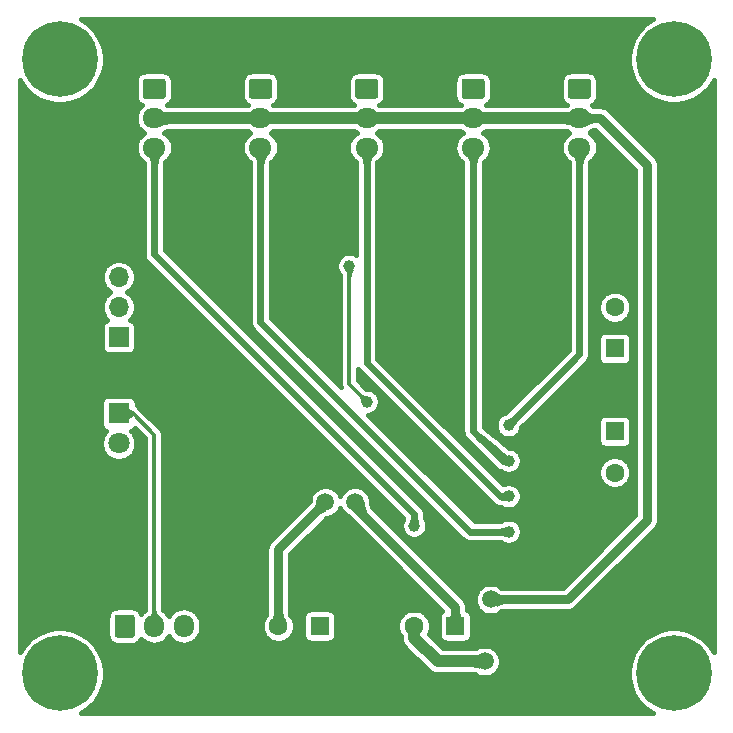
<source format=gbl>
G04 #@! TF.GenerationSoftware,KiCad,Pcbnew,(5.1.5)-3*
G04 #@! TF.CreationDate,2020-04-04T13:58:42+08:00*
G04 #@! TF.ProjectId,1194pre,31313934-7072-4652-9e6b-696361645f70,rev?*
G04 #@! TF.SameCoordinates,Original*
G04 #@! TF.FileFunction,Copper,L2,Bot*
G04 #@! TF.FilePolarity,Positive*
%FSLAX46Y46*%
G04 Gerber Fmt 4.6, Leading zero omitted, Abs format (unit mm)*
G04 Created by KiCad (PCBNEW (5.1.5)-3) date 2020-04-04 13:58:42*
%MOMM*%
%LPD*%
G04 APERTURE LIST*
%ADD10C,6.400000*%
%ADD11C,0.800000*%
%ADD12O,1.950000X1.700000*%
%ADD13C,0.100000*%
%ADD14O,1.700000X1.700000*%
%ADD15R,1.700000X1.700000*%
%ADD16C,1.600000*%
%ADD17R,1.600000X1.600000*%
%ADD18O,1.700000X1.950000*%
%ADD19C,1.800000*%
%ADD20R,1.800000X1.800000*%
%ADD21C,1.500000*%
%ADD22C,1.000000*%
%ADD23C,0.600000*%
%ADD24C,1.000000*%
%ADD25C,0.800000*%
%ADD26C,0.300000*%
%ADD27C,0.400000*%
%ADD28C,0.025400*%
G04 APERTURE END LIST*
D10*
X104000000Y-106000000D03*
D11*
X106400000Y-106000000D03*
X105697056Y-107697056D03*
X104000000Y-108400000D03*
X102302944Y-107697056D03*
X101600000Y-106000000D03*
X102302944Y-104302944D03*
X104000000Y-103600000D03*
X105697056Y-104302944D03*
D10*
X104000000Y-54000000D03*
D11*
X106400000Y-54000000D03*
X105697056Y-55697056D03*
X104000000Y-56400000D03*
X102302944Y-55697056D03*
X101600000Y-54000000D03*
X102302944Y-52302944D03*
X104000000Y-51600000D03*
X105697056Y-52302944D03*
D10*
X156000000Y-54000000D03*
D11*
X158400000Y-54000000D03*
X157697056Y-55697056D03*
X156000000Y-56400000D03*
X154302944Y-55697056D03*
X153600000Y-54000000D03*
X154302944Y-52302944D03*
X156000000Y-51600000D03*
X157697056Y-52302944D03*
D12*
X112000000Y-61500000D03*
X112000000Y-59000000D03*
G04 #@! TA.AperFunction,ComponentPad*
D13*
G36*
X112749504Y-55651204D02*
G01*
X112773773Y-55654804D01*
X112797571Y-55660765D01*
X112820671Y-55669030D01*
X112842849Y-55679520D01*
X112863893Y-55692133D01*
X112883598Y-55706747D01*
X112901777Y-55723223D01*
X112918253Y-55741402D01*
X112932867Y-55761107D01*
X112945480Y-55782151D01*
X112955970Y-55804329D01*
X112964235Y-55827429D01*
X112970196Y-55851227D01*
X112973796Y-55875496D01*
X112975000Y-55900000D01*
X112975000Y-57100000D01*
X112973796Y-57124504D01*
X112970196Y-57148773D01*
X112964235Y-57172571D01*
X112955970Y-57195671D01*
X112945480Y-57217849D01*
X112932867Y-57238893D01*
X112918253Y-57258598D01*
X112901777Y-57276777D01*
X112883598Y-57293253D01*
X112863893Y-57307867D01*
X112842849Y-57320480D01*
X112820671Y-57330970D01*
X112797571Y-57339235D01*
X112773773Y-57345196D01*
X112749504Y-57348796D01*
X112725000Y-57350000D01*
X111275000Y-57350000D01*
X111250496Y-57348796D01*
X111226227Y-57345196D01*
X111202429Y-57339235D01*
X111179329Y-57330970D01*
X111157151Y-57320480D01*
X111136107Y-57307867D01*
X111116402Y-57293253D01*
X111098223Y-57276777D01*
X111081747Y-57258598D01*
X111067133Y-57238893D01*
X111054520Y-57217849D01*
X111044030Y-57195671D01*
X111035765Y-57172571D01*
X111029804Y-57148773D01*
X111026204Y-57124504D01*
X111025000Y-57100000D01*
X111025000Y-55900000D01*
X111026204Y-55875496D01*
X111029804Y-55851227D01*
X111035765Y-55827429D01*
X111044030Y-55804329D01*
X111054520Y-55782151D01*
X111067133Y-55761107D01*
X111081747Y-55741402D01*
X111098223Y-55723223D01*
X111116402Y-55706747D01*
X111136107Y-55692133D01*
X111157151Y-55679520D01*
X111179329Y-55669030D01*
X111202429Y-55660765D01*
X111226227Y-55654804D01*
X111250496Y-55651204D01*
X111275000Y-55650000D01*
X112725000Y-55650000D01*
X112749504Y-55651204D01*
G37*
G04 #@! TD.AperFunction*
D14*
X109000000Y-72460000D03*
X109000000Y-75000000D03*
D15*
X109000000Y-77540000D03*
D11*
X157697056Y-104302944D03*
X156000000Y-103600000D03*
X154302944Y-104302944D03*
X153600000Y-106000000D03*
X154302944Y-107697056D03*
X156000000Y-108400000D03*
X157697056Y-107697056D03*
X158400000Y-106000000D03*
D10*
X156000000Y-106000000D03*
D16*
X122500000Y-102000000D03*
D17*
X126000000Y-102000000D03*
D16*
X134000000Y-102000000D03*
D17*
X137500000Y-102000000D03*
D16*
X151000000Y-89000000D03*
D17*
X151000000Y-85500000D03*
D16*
X151000000Y-75000000D03*
D17*
X151000000Y-78500000D03*
D18*
X114500000Y-102000000D03*
X112000000Y-102000000D03*
G04 #@! TA.AperFunction,ComponentPad*
D13*
G36*
X110124504Y-101026204D02*
G01*
X110148773Y-101029804D01*
X110172571Y-101035765D01*
X110195671Y-101044030D01*
X110217849Y-101054520D01*
X110238893Y-101067133D01*
X110258598Y-101081747D01*
X110276777Y-101098223D01*
X110293253Y-101116402D01*
X110307867Y-101136107D01*
X110320480Y-101157151D01*
X110330970Y-101179329D01*
X110339235Y-101202429D01*
X110345196Y-101226227D01*
X110348796Y-101250496D01*
X110350000Y-101275000D01*
X110350000Y-102725000D01*
X110348796Y-102749504D01*
X110345196Y-102773773D01*
X110339235Y-102797571D01*
X110330970Y-102820671D01*
X110320480Y-102842849D01*
X110307867Y-102863893D01*
X110293253Y-102883598D01*
X110276777Y-102901777D01*
X110258598Y-102918253D01*
X110238893Y-102932867D01*
X110217849Y-102945480D01*
X110195671Y-102955970D01*
X110172571Y-102964235D01*
X110148773Y-102970196D01*
X110124504Y-102973796D01*
X110100000Y-102975000D01*
X108900000Y-102975000D01*
X108875496Y-102973796D01*
X108851227Y-102970196D01*
X108827429Y-102964235D01*
X108804329Y-102955970D01*
X108782151Y-102945480D01*
X108761107Y-102932867D01*
X108741402Y-102918253D01*
X108723223Y-102901777D01*
X108706747Y-102883598D01*
X108692133Y-102863893D01*
X108679520Y-102842849D01*
X108669030Y-102820671D01*
X108660765Y-102797571D01*
X108654804Y-102773773D01*
X108651204Y-102749504D01*
X108650000Y-102725000D01*
X108650000Y-101275000D01*
X108651204Y-101250496D01*
X108654804Y-101226227D01*
X108660765Y-101202429D01*
X108669030Y-101179329D01*
X108679520Y-101157151D01*
X108692133Y-101136107D01*
X108706747Y-101116402D01*
X108723223Y-101098223D01*
X108741402Y-101081747D01*
X108761107Y-101067133D01*
X108782151Y-101054520D01*
X108804329Y-101044030D01*
X108827429Y-101035765D01*
X108851227Y-101029804D01*
X108875496Y-101026204D01*
X108900000Y-101025000D01*
X110100000Y-101025000D01*
X110124504Y-101026204D01*
G37*
G04 #@! TD.AperFunction*
D12*
X121000000Y-61500000D03*
X121000000Y-59000000D03*
G04 #@! TA.AperFunction,ComponentPad*
D13*
G36*
X121749504Y-55651204D02*
G01*
X121773773Y-55654804D01*
X121797571Y-55660765D01*
X121820671Y-55669030D01*
X121842849Y-55679520D01*
X121863893Y-55692133D01*
X121883598Y-55706747D01*
X121901777Y-55723223D01*
X121918253Y-55741402D01*
X121932867Y-55761107D01*
X121945480Y-55782151D01*
X121955970Y-55804329D01*
X121964235Y-55827429D01*
X121970196Y-55851227D01*
X121973796Y-55875496D01*
X121975000Y-55900000D01*
X121975000Y-57100000D01*
X121973796Y-57124504D01*
X121970196Y-57148773D01*
X121964235Y-57172571D01*
X121955970Y-57195671D01*
X121945480Y-57217849D01*
X121932867Y-57238893D01*
X121918253Y-57258598D01*
X121901777Y-57276777D01*
X121883598Y-57293253D01*
X121863893Y-57307867D01*
X121842849Y-57320480D01*
X121820671Y-57330970D01*
X121797571Y-57339235D01*
X121773773Y-57345196D01*
X121749504Y-57348796D01*
X121725000Y-57350000D01*
X120275000Y-57350000D01*
X120250496Y-57348796D01*
X120226227Y-57345196D01*
X120202429Y-57339235D01*
X120179329Y-57330970D01*
X120157151Y-57320480D01*
X120136107Y-57307867D01*
X120116402Y-57293253D01*
X120098223Y-57276777D01*
X120081747Y-57258598D01*
X120067133Y-57238893D01*
X120054520Y-57217849D01*
X120044030Y-57195671D01*
X120035765Y-57172571D01*
X120029804Y-57148773D01*
X120026204Y-57124504D01*
X120025000Y-57100000D01*
X120025000Y-55900000D01*
X120026204Y-55875496D01*
X120029804Y-55851227D01*
X120035765Y-55827429D01*
X120044030Y-55804329D01*
X120054520Y-55782151D01*
X120067133Y-55761107D01*
X120081747Y-55741402D01*
X120098223Y-55723223D01*
X120116402Y-55706747D01*
X120136107Y-55692133D01*
X120157151Y-55679520D01*
X120179329Y-55669030D01*
X120202429Y-55660765D01*
X120226227Y-55654804D01*
X120250496Y-55651204D01*
X120275000Y-55650000D01*
X121725000Y-55650000D01*
X121749504Y-55651204D01*
G37*
G04 #@! TD.AperFunction*
D12*
X130000000Y-61500000D03*
X130000000Y-59000000D03*
G04 #@! TA.AperFunction,ComponentPad*
D13*
G36*
X130749504Y-55651204D02*
G01*
X130773773Y-55654804D01*
X130797571Y-55660765D01*
X130820671Y-55669030D01*
X130842849Y-55679520D01*
X130863893Y-55692133D01*
X130883598Y-55706747D01*
X130901777Y-55723223D01*
X130918253Y-55741402D01*
X130932867Y-55761107D01*
X130945480Y-55782151D01*
X130955970Y-55804329D01*
X130964235Y-55827429D01*
X130970196Y-55851227D01*
X130973796Y-55875496D01*
X130975000Y-55900000D01*
X130975000Y-57100000D01*
X130973796Y-57124504D01*
X130970196Y-57148773D01*
X130964235Y-57172571D01*
X130955970Y-57195671D01*
X130945480Y-57217849D01*
X130932867Y-57238893D01*
X130918253Y-57258598D01*
X130901777Y-57276777D01*
X130883598Y-57293253D01*
X130863893Y-57307867D01*
X130842849Y-57320480D01*
X130820671Y-57330970D01*
X130797571Y-57339235D01*
X130773773Y-57345196D01*
X130749504Y-57348796D01*
X130725000Y-57350000D01*
X129275000Y-57350000D01*
X129250496Y-57348796D01*
X129226227Y-57345196D01*
X129202429Y-57339235D01*
X129179329Y-57330970D01*
X129157151Y-57320480D01*
X129136107Y-57307867D01*
X129116402Y-57293253D01*
X129098223Y-57276777D01*
X129081747Y-57258598D01*
X129067133Y-57238893D01*
X129054520Y-57217849D01*
X129044030Y-57195671D01*
X129035765Y-57172571D01*
X129029804Y-57148773D01*
X129026204Y-57124504D01*
X129025000Y-57100000D01*
X129025000Y-55900000D01*
X129026204Y-55875496D01*
X129029804Y-55851227D01*
X129035765Y-55827429D01*
X129044030Y-55804329D01*
X129054520Y-55782151D01*
X129067133Y-55761107D01*
X129081747Y-55741402D01*
X129098223Y-55723223D01*
X129116402Y-55706747D01*
X129136107Y-55692133D01*
X129157151Y-55679520D01*
X129179329Y-55669030D01*
X129202429Y-55660765D01*
X129226227Y-55654804D01*
X129250496Y-55651204D01*
X129275000Y-55650000D01*
X130725000Y-55650000D01*
X130749504Y-55651204D01*
G37*
G04 #@! TD.AperFunction*
D12*
X139000000Y-61500000D03*
X139000000Y-59000000D03*
G04 #@! TA.AperFunction,ComponentPad*
D13*
G36*
X139749504Y-55651204D02*
G01*
X139773773Y-55654804D01*
X139797571Y-55660765D01*
X139820671Y-55669030D01*
X139842849Y-55679520D01*
X139863893Y-55692133D01*
X139883598Y-55706747D01*
X139901777Y-55723223D01*
X139918253Y-55741402D01*
X139932867Y-55761107D01*
X139945480Y-55782151D01*
X139955970Y-55804329D01*
X139964235Y-55827429D01*
X139970196Y-55851227D01*
X139973796Y-55875496D01*
X139975000Y-55900000D01*
X139975000Y-57100000D01*
X139973796Y-57124504D01*
X139970196Y-57148773D01*
X139964235Y-57172571D01*
X139955970Y-57195671D01*
X139945480Y-57217849D01*
X139932867Y-57238893D01*
X139918253Y-57258598D01*
X139901777Y-57276777D01*
X139883598Y-57293253D01*
X139863893Y-57307867D01*
X139842849Y-57320480D01*
X139820671Y-57330970D01*
X139797571Y-57339235D01*
X139773773Y-57345196D01*
X139749504Y-57348796D01*
X139725000Y-57350000D01*
X138275000Y-57350000D01*
X138250496Y-57348796D01*
X138226227Y-57345196D01*
X138202429Y-57339235D01*
X138179329Y-57330970D01*
X138157151Y-57320480D01*
X138136107Y-57307867D01*
X138116402Y-57293253D01*
X138098223Y-57276777D01*
X138081747Y-57258598D01*
X138067133Y-57238893D01*
X138054520Y-57217849D01*
X138044030Y-57195671D01*
X138035765Y-57172571D01*
X138029804Y-57148773D01*
X138026204Y-57124504D01*
X138025000Y-57100000D01*
X138025000Y-55900000D01*
X138026204Y-55875496D01*
X138029804Y-55851227D01*
X138035765Y-55827429D01*
X138044030Y-55804329D01*
X138054520Y-55782151D01*
X138067133Y-55761107D01*
X138081747Y-55741402D01*
X138098223Y-55723223D01*
X138116402Y-55706747D01*
X138136107Y-55692133D01*
X138157151Y-55679520D01*
X138179329Y-55669030D01*
X138202429Y-55660765D01*
X138226227Y-55654804D01*
X138250496Y-55651204D01*
X138275000Y-55650000D01*
X139725000Y-55650000D01*
X139749504Y-55651204D01*
G37*
G04 #@! TD.AperFunction*
D12*
X148000000Y-61500000D03*
X148000000Y-59000000D03*
G04 #@! TA.AperFunction,ComponentPad*
D13*
G36*
X148749504Y-55651204D02*
G01*
X148773773Y-55654804D01*
X148797571Y-55660765D01*
X148820671Y-55669030D01*
X148842849Y-55679520D01*
X148863893Y-55692133D01*
X148883598Y-55706747D01*
X148901777Y-55723223D01*
X148918253Y-55741402D01*
X148932867Y-55761107D01*
X148945480Y-55782151D01*
X148955970Y-55804329D01*
X148964235Y-55827429D01*
X148970196Y-55851227D01*
X148973796Y-55875496D01*
X148975000Y-55900000D01*
X148975000Y-57100000D01*
X148973796Y-57124504D01*
X148970196Y-57148773D01*
X148964235Y-57172571D01*
X148955970Y-57195671D01*
X148945480Y-57217849D01*
X148932867Y-57238893D01*
X148918253Y-57258598D01*
X148901777Y-57276777D01*
X148883598Y-57293253D01*
X148863893Y-57307867D01*
X148842849Y-57320480D01*
X148820671Y-57330970D01*
X148797571Y-57339235D01*
X148773773Y-57345196D01*
X148749504Y-57348796D01*
X148725000Y-57350000D01*
X147275000Y-57350000D01*
X147250496Y-57348796D01*
X147226227Y-57345196D01*
X147202429Y-57339235D01*
X147179329Y-57330970D01*
X147157151Y-57320480D01*
X147136107Y-57307867D01*
X147116402Y-57293253D01*
X147098223Y-57276777D01*
X147081747Y-57258598D01*
X147067133Y-57238893D01*
X147054520Y-57217849D01*
X147044030Y-57195671D01*
X147035765Y-57172571D01*
X147029804Y-57148773D01*
X147026204Y-57124504D01*
X147025000Y-57100000D01*
X147025000Y-55900000D01*
X147026204Y-55875496D01*
X147029804Y-55851227D01*
X147035765Y-55827429D01*
X147044030Y-55804329D01*
X147054520Y-55782151D01*
X147067133Y-55761107D01*
X147081747Y-55741402D01*
X147098223Y-55723223D01*
X147116402Y-55706747D01*
X147136107Y-55692133D01*
X147157151Y-55679520D01*
X147179329Y-55669030D01*
X147202429Y-55660765D01*
X147226227Y-55654804D01*
X147250496Y-55651204D01*
X147275000Y-55650000D01*
X148725000Y-55650000D01*
X148749504Y-55651204D01*
G37*
G04 #@! TD.AperFunction*
D19*
X109000000Y-86540000D03*
D20*
X109000000Y-84000000D03*
D21*
X144000000Y-105000000D03*
D22*
X142000000Y-85000000D03*
X142000000Y-88000000D03*
X142000000Y-91000000D03*
X142000000Y-94000000D03*
D21*
X140500000Y-99750000D03*
X140000000Y-105000000D03*
D22*
X134000000Y-93500000D03*
X128500000Y-71500000D03*
D21*
X126500000Y-91500000D03*
D22*
X130000000Y-83000000D03*
D21*
X129000000Y-91500000D03*
X149000000Y-103000000D03*
X105000000Y-95000000D03*
X105000000Y-80000000D03*
X105000000Y-65000000D03*
X115000000Y-55000000D03*
X125000000Y-55000000D03*
X135000000Y-55000000D03*
X145000000Y-55000000D03*
X135000000Y-65000000D03*
X143000000Y-65000000D03*
X157000000Y-65000000D03*
X157000000Y-72500000D03*
X157000000Y-80000000D03*
X157000000Y-87500000D03*
X157000000Y-95000000D03*
X105000000Y-87500000D03*
X147500000Y-87500000D03*
X125000000Y-68000000D03*
X114000000Y-77000000D03*
X136750000Y-80000000D03*
X153000000Y-99000000D03*
X114000000Y-99000000D03*
X157000000Y-59000000D03*
X105000000Y-59000000D03*
X105000000Y-101000000D03*
X157000000Y-101000000D03*
X137000000Y-70000000D03*
X150000000Y-65000000D03*
X115000000Y-63000000D03*
X136750000Y-84000000D03*
X145500000Y-91750000D03*
D23*
X148000000Y-61500000D02*
X148000000Y-79000000D01*
X148000000Y-79000000D02*
X142000000Y-85000000D01*
X141500000Y-88000000D02*
X142000000Y-88000000D01*
X139000000Y-61500000D02*
X139000000Y-85500000D01*
X139000000Y-85500000D02*
X141500000Y-88000000D01*
X141250000Y-91000000D02*
X142000000Y-91000000D01*
X130000000Y-61500000D02*
X130000000Y-79750000D01*
X130000000Y-79750000D02*
X141250000Y-91000000D01*
X138750000Y-94000000D02*
X142000000Y-94000000D01*
X121000000Y-61500000D02*
X121000000Y-76250000D01*
X121000000Y-76250000D02*
X138750000Y-94000000D01*
D24*
X112000000Y-59000000D02*
X148000000Y-59000000D01*
D25*
X149775000Y-59000000D02*
X153750000Y-62975000D01*
X148000000Y-59000000D02*
X149775000Y-59000000D01*
X153750000Y-62975000D02*
X153750000Y-93000000D01*
X153750000Y-93000000D02*
X147000000Y-99750000D01*
X147000000Y-99750000D02*
X140500000Y-99750000D01*
D26*
X112000000Y-85800000D02*
X112000000Y-100725000D01*
X110200000Y-84000000D02*
X112000000Y-85800000D01*
X112000000Y-100725000D02*
X112000000Y-102000000D01*
X109000000Y-84000000D02*
X110200000Y-84000000D01*
D24*
X136000000Y-105000000D02*
X140000000Y-105000000D01*
X134000000Y-102000000D02*
X134000000Y-103000000D01*
X134000000Y-103000000D02*
X136000000Y-105000000D01*
D23*
X134000000Y-92525000D02*
X134000000Y-93500000D01*
X112000000Y-61500000D02*
X112000000Y-70525000D01*
X112000000Y-70525000D02*
X134000000Y-92525000D01*
D25*
X122500000Y-95500000D02*
X126500000Y-91500000D01*
X122500000Y-102000000D02*
X122500000Y-95500000D01*
D26*
X129500001Y-82500001D02*
X130000000Y-83000000D01*
X128500000Y-71500000D02*
X128500000Y-81500000D01*
X128500000Y-81500000D02*
X129500001Y-82500001D01*
D25*
X137500000Y-102000000D02*
X137500000Y-100400000D01*
X137500000Y-100400000D02*
X129000000Y-91900000D01*
X129000000Y-91900000D02*
X129000000Y-91500000D01*
D27*
G36*
X154200025Y-50632483D02*
G01*
X153577641Y-51048347D01*
X153048347Y-51577641D01*
X152632483Y-52200025D01*
X152346031Y-52891581D01*
X152200000Y-53625733D01*
X152200000Y-54374267D01*
X152346031Y-55108419D01*
X152632483Y-55799975D01*
X153048347Y-56422359D01*
X153577641Y-56951653D01*
X154200025Y-57367517D01*
X154891581Y-57653969D01*
X155625733Y-57800000D01*
X156374267Y-57800000D01*
X157108419Y-57653969D01*
X157799975Y-57367517D01*
X158422359Y-56951653D01*
X158951653Y-56422359D01*
X159367517Y-55799975D01*
X159375000Y-55781909D01*
X159375001Y-104218093D01*
X159367517Y-104200025D01*
X158951653Y-103577641D01*
X158422359Y-103048347D01*
X157799975Y-102632483D01*
X157108419Y-102346031D01*
X156374267Y-102200000D01*
X155625733Y-102200000D01*
X154891581Y-102346031D01*
X154200025Y-102632483D01*
X153577641Y-103048347D01*
X153048347Y-103577641D01*
X152632483Y-104200025D01*
X152346031Y-104891581D01*
X152200000Y-105625733D01*
X152200000Y-106374267D01*
X152346031Y-107108419D01*
X152632483Y-107799975D01*
X153048347Y-108422359D01*
X153577641Y-108951653D01*
X154200025Y-109367517D01*
X154218091Y-109375000D01*
X105781909Y-109375000D01*
X105799975Y-109367517D01*
X106422359Y-108951653D01*
X106951653Y-108422359D01*
X107367517Y-107799975D01*
X107653969Y-107108419D01*
X107800000Y-106374267D01*
X107800000Y-105625733D01*
X107653969Y-104891581D01*
X107367517Y-104200025D01*
X106951653Y-103577641D01*
X106422359Y-103048347D01*
X105799975Y-102632483D01*
X105108419Y-102346031D01*
X104374267Y-102200000D01*
X103625733Y-102200000D01*
X102891581Y-102346031D01*
X102200025Y-102632483D01*
X101577641Y-103048347D01*
X101048347Y-103577641D01*
X100632483Y-104200025D01*
X100625000Y-104218091D01*
X100625000Y-83100000D01*
X107497097Y-83100000D01*
X107497097Y-84900000D01*
X107508682Y-85017621D01*
X107542990Y-85130721D01*
X107598704Y-85234955D01*
X107673683Y-85326317D01*
X107765045Y-85401296D01*
X107869279Y-85457010D01*
X107940167Y-85478513D01*
X107834874Y-85583806D01*
X107670717Y-85829483D01*
X107557644Y-86102466D01*
X107500000Y-86392263D01*
X107500000Y-86687737D01*
X107557644Y-86977534D01*
X107670717Y-87250517D01*
X107834874Y-87496194D01*
X108043806Y-87705126D01*
X108289483Y-87869283D01*
X108562466Y-87982356D01*
X108852263Y-88040000D01*
X109147737Y-88040000D01*
X109437534Y-87982356D01*
X109710517Y-87869283D01*
X109956194Y-87705126D01*
X110165126Y-87496194D01*
X110329283Y-87250517D01*
X110442356Y-86977534D01*
X110500000Y-86687737D01*
X110500000Y-86392263D01*
X110442356Y-86102466D01*
X110329283Y-85829483D01*
X110165126Y-85583806D01*
X110059833Y-85478513D01*
X110130721Y-85457010D01*
X110234955Y-85401296D01*
X110326317Y-85326317D01*
X110389125Y-85249785D01*
X111250000Y-86110661D01*
X111250001Y-100631746D01*
X111190526Y-100663536D01*
X110969735Y-100844736D01*
X110886603Y-100946032D01*
X110809163Y-100801152D01*
X110703093Y-100671907D01*
X110573848Y-100565837D01*
X110426392Y-100487020D01*
X110266393Y-100438485D01*
X110100000Y-100422097D01*
X108900000Y-100422097D01*
X108733607Y-100438485D01*
X108573608Y-100487020D01*
X108426152Y-100565837D01*
X108296907Y-100671907D01*
X108190837Y-100801152D01*
X108112020Y-100948608D01*
X108063485Y-101108607D01*
X108047097Y-101275000D01*
X108047097Y-102725000D01*
X108063485Y-102891393D01*
X108112020Y-103051392D01*
X108190837Y-103198848D01*
X108296907Y-103328093D01*
X108426152Y-103434163D01*
X108573608Y-103512980D01*
X108733607Y-103561515D01*
X108900000Y-103577903D01*
X110100000Y-103577903D01*
X110266393Y-103561515D01*
X110426392Y-103512980D01*
X110573848Y-103434163D01*
X110703093Y-103328093D01*
X110809163Y-103198848D01*
X110886603Y-103053968D01*
X110969736Y-103155265D01*
X111190527Y-103336464D01*
X111442425Y-103471106D01*
X111715751Y-103554019D01*
X112000000Y-103582015D01*
X112284250Y-103554019D01*
X112557576Y-103471106D01*
X112809474Y-103336464D01*
X113030265Y-103155265D01*
X113211464Y-102934474D01*
X113250000Y-102862378D01*
X113288536Y-102934474D01*
X113469736Y-103155265D01*
X113690527Y-103336464D01*
X113942425Y-103471106D01*
X114215751Y-103554019D01*
X114500000Y-103582015D01*
X114784250Y-103554019D01*
X115057576Y-103471106D01*
X115309474Y-103336464D01*
X115530265Y-103155265D01*
X115711464Y-102934474D01*
X115846106Y-102682575D01*
X115929019Y-102409249D01*
X115950000Y-102196224D01*
X115950000Y-101862112D01*
X121100000Y-101862112D01*
X121100000Y-102137888D01*
X121153801Y-102408365D01*
X121259336Y-102663149D01*
X121412549Y-102892448D01*
X121607552Y-103087451D01*
X121836851Y-103240664D01*
X122091635Y-103346199D01*
X122362112Y-103400000D01*
X122637888Y-103400000D01*
X122908365Y-103346199D01*
X123163149Y-103240664D01*
X123392448Y-103087451D01*
X123587451Y-102892448D01*
X123740664Y-102663149D01*
X123846199Y-102408365D01*
X123900000Y-102137888D01*
X123900000Y-101862112D01*
X123846199Y-101591635D01*
X123740664Y-101336851D01*
X123649223Y-101200000D01*
X124597097Y-101200000D01*
X124597097Y-102800000D01*
X124608682Y-102917621D01*
X124642990Y-103030721D01*
X124698704Y-103134955D01*
X124773683Y-103226317D01*
X124865045Y-103301296D01*
X124969279Y-103357010D01*
X125082379Y-103391318D01*
X125200000Y-103402903D01*
X126800000Y-103402903D01*
X126917621Y-103391318D01*
X127030721Y-103357010D01*
X127134955Y-103301296D01*
X127226317Y-103226317D01*
X127301296Y-103134955D01*
X127357010Y-103030721D01*
X127391318Y-102917621D01*
X127402903Y-102800000D01*
X127402903Y-101862112D01*
X132600000Y-101862112D01*
X132600000Y-102137888D01*
X132653801Y-102408365D01*
X132759336Y-102663149D01*
X132900000Y-102873667D01*
X132900000Y-102945966D01*
X132894678Y-103000000D01*
X132900000Y-103054034D01*
X132900000Y-103054036D01*
X132915916Y-103215638D01*
X132972724Y-103402903D01*
X132978817Y-103422988D01*
X133080958Y-103614084D01*
X133110434Y-103650000D01*
X133218420Y-103781581D01*
X133260394Y-103816028D01*
X135183971Y-105739606D01*
X135218419Y-105781581D01*
X135279566Y-105831763D01*
X135385915Y-105919042D01*
X135488057Y-105973637D01*
X135577012Y-106021184D01*
X135784362Y-106084084D01*
X135945964Y-106100000D01*
X135945965Y-106100000D01*
X135999999Y-106105322D01*
X136054033Y-106100000D01*
X139024052Y-106100000D01*
X139099937Y-106100240D01*
X139166259Y-106100938D01*
X139219299Y-106101983D01*
X139360535Y-106196354D01*
X139606220Y-106298120D01*
X139867037Y-106350000D01*
X140132963Y-106350000D01*
X140393780Y-106298120D01*
X140639465Y-106196354D01*
X140860575Y-106048613D01*
X141048613Y-105860575D01*
X141196354Y-105639465D01*
X141298120Y-105393780D01*
X141350000Y-105132963D01*
X141350000Y-104867037D01*
X141298120Y-104606220D01*
X141196354Y-104360535D01*
X141048613Y-104139425D01*
X140860575Y-103951387D01*
X140639465Y-103803646D01*
X140393780Y-103701880D01*
X140132963Y-103650000D01*
X139867037Y-103650000D01*
X139606220Y-103701880D01*
X139360535Y-103803646D01*
X139219299Y-103898017D01*
X139166259Y-103899062D01*
X139099937Y-103899760D01*
X139024052Y-103900000D01*
X136455635Y-103900000D01*
X135231900Y-102676266D01*
X135240664Y-102663149D01*
X135346199Y-102408365D01*
X135400000Y-102137888D01*
X135400000Y-101862112D01*
X135346199Y-101591635D01*
X135240664Y-101336851D01*
X135087451Y-101107552D01*
X134892448Y-100912549D01*
X134663149Y-100759336D01*
X134408365Y-100653801D01*
X134137888Y-100600000D01*
X133862112Y-100600000D01*
X133591635Y-100653801D01*
X133336851Y-100759336D01*
X133107552Y-100912549D01*
X132912549Y-101107552D01*
X132759336Y-101336851D01*
X132653801Y-101591635D01*
X132600000Y-101862112D01*
X127402903Y-101862112D01*
X127402903Y-101200000D01*
X127391318Y-101082379D01*
X127357010Y-100969279D01*
X127301296Y-100865045D01*
X127226317Y-100773683D01*
X127134955Y-100698704D01*
X127030721Y-100642990D01*
X126917621Y-100608682D01*
X126800000Y-100597097D01*
X125200000Y-100597097D01*
X125082379Y-100608682D01*
X124969279Y-100642990D01*
X124865045Y-100698704D01*
X124773683Y-100773683D01*
X124698704Y-100865045D01*
X124642990Y-100969279D01*
X124608682Y-101082379D01*
X124597097Y-101200000D01*
X123649223Y-101200000D01*
X123587451Y-101107552D01*
X123504970Y-101025071D01*
X123502782Y-101010131D01*
X123500945Y-100988035D01*
X123500000Y-100952125D01*
X123500000Y-95914212D01*
X126513346Y-92900867D01*
X126543609Y-92871811D01*
X126565377Y-92852706D01*
X126568797Y-92850000D01*
X126632963Y-92850000D01*
X126893780Y-92798120D01*
X127139465Y-92696354D01*
X127360575Y-92548613D01*
X127548613Y-92360575D01*
X127696354Y-92139465D01*
X127750000Y-92009952D01*
X127803646Y-92139465D01*
X127951387Y-92360575D01*
X128139425Y-92548613D01*
X128360535Y-92696354D01*
X128397420Y-92711632D01*
X128982318Y-93296530D01*
X128982322Y-93296535D01*
X128982327Y-93296539D01*
X136377717Y-100691930D01*
X136365045Y-100698704D01*
X136273683Y-100773683D01*
X136198704Y-100865045D01*
X136142990Y-100969279D01*
X136108682Y-101082379D01*
X136097097Y-101200000D01*
X136097097Y-102800000D01*
X136108682Y-102917621D01*
X136142990Y-103030721D01*
X136198704Y-103134955D01*
X136273683Y-103226317D01*
X136365045Y-103301296D01*
X136469279Y-103357010D01*
X136582379Y-103391318D01*
X136700000Y-103402903D01*
X138300000Y-103402903D01*
X138417621Y-103391318D01*
X138530721Y-103357010D01*
X138634955Y-103301296D01*
X138726317Y-103226317D01*
X138801296Y-103134955D01*
X138857010Y-103030721D01*
X138891318Y-102917621D01*
X138902903Y-102800000D01*
X138902903Y-101200000D01*
X138891318Y-101082379D01*
X138857010Y-100969279D01*
X138801296Y-100865045D01*
X138726317Y-100773683D01*
X138634955Y-100698704D01*
X138530721Y-100642990D01*
X138500000Y-100633671D01*
X138500000Y-100449117D01*
X138504838Y-100399999D01*
X138495061Y-100300736D01*
X138485530Y-100203966D01*
X138428349Y-100015465D01*
X138335492Y-99841742D01*
X138210528Y-99689472D01*
X138172368Y-99658155D01*
X130492825Y-91978613D01*
X130460691Y-91884556D01*
X130429788Y-91790190D01*
X130403816Y-91706572D01*
X130382863Y-91634362D01*
X130367030Y-91574575D01*
X130356374Y-91528772D01*
X130350870Y-91499870D01*
X130350000Y-91493300D01*
X130350000Y-91367037D01*
X130298120Y-91106220D01*
X130196354Y-90860535D01*
X130048613Y-90639425D01*
X129860575Y-90451387D01*
X129639465Y-90303646D01*
X129393780Y-90201880D01*
X129132963Y-90150000D01*
X128867037Y-90150000D01*
X128606220Y-90201880D01*
X128360535Y-90303646D01*
X128139425Y-90451387D01*
X127951387Y-90639425D01*
X127803646Y-90860535D01*
X127750000Y-90990048D01*
X127696354Y-90860535D01*
X127548613Y-90639425D01*
X127360575Y-90451387D01*
X127139465Y-90303646D01*
X126893780Y-90201880D01*
X126632963Y-90150000D01*
X126367037Y-90150000D01*
X126106220Y-90201880D01*
X125860535Y-90303646D01*
X125639425Y-90451387D01*
X125451387Y-90639425D01*
X125303646Y-90860535D01*
X125201880Y-91106220D01*
X125150000Y-91367037D01*
X125150000Y-91431201D01*
X125147293Y-91434622D01*
X125128177Y-91456403D01*
X125099144Y-91486643D01*
X121827632Y-94758156D01*
X121789473Y-94789472D01*
X121664509Y-94941742D01*
X121614875Y-95034600D01*
X121571651Y-95115466D01*
X121514470Y-95303966D01*
X121495162Y-95500000D01*
X121500001Y-95549130D01*
X121500000Y-100952119D01*
X121499055Y-100988035D01*
X121497218Y-101010131D01*
X121495030Y-101025071D01*
X121412549Y-101107552D01*
X121259336Y-101336851D01*
X121153801Y-101591635D01*
X121100000Y-101862112D01*
X115950000Y-101862112D01*
X115950000Y-101803775D01*
X115929019Y-101590750D01*
X115846106Y-101317424D01*
X115711464Y-101065526D01*
X115530264Y-100844735D01*
X115309473Y-100663536D01*
X115057575Y-100528894D01*
X114784249Y-100445981D01*
X114500000Y-100417985D01*
X114215750Y-100445981D01*
X113942424Y-100528894D01*
X113690526Y-100663536D01*
X113469735Y-100844736D01*
X113288536Y-101065527D01*
X113250000Y-101137622D01*
X113211464Y-101065526D01*
X113030264Y-100844735D01*
X112809473Y-100663536D01*
X112750000Y-100631747D01*
X112750000Y-85836824D01*
X112753627Y-85799999D01*
X112750000Y-85763174D01*
X112750000Y-85763165D01*
X112739147Y-85652974D01*
X112696261Y-85511599D01*
X112626619Y-85381307D01*
X112597710Y-85346081D01*
X112556376Y-85295715D01*
X112556369Y-85295708D01*
X112532895Y-85267105D01*
X112504292Y-85243631D01*
X110756378Y-83495719D01*
X110732895Y-83467105D01*
X110618693Y-83373381D01*
X110502903Y-83311490D01*
X110502903Y-83100000D01*
X110491318Y-82982379D01*
X110457010Y-82869279D01*
X110401296Y-82765045D01*
X110326317Y-82673683D01*
X110234955Y-82598704D01*
X110130721Y-82542990D01*
X110017621Y-82508682D01*
X109900000Y-82497097D01*
X108100000Y-82497097D01*
X107982379Y-82508682D01*
X107869279Y-82542990D01*
X107765045Y-82598704D01*
X107673683Y-82673683D01*
X107598704Y-82765045D01*
X107542990Y-82869279D01*
X107508682Y-82982379D01*
X107497097Y-83100000D01*
X100625000Y-83100000D01*
X100625000Y-76690000D01*
X107547097Y-76690000D01*
X107547097Y-78390000D01*
X107558682Y-78507621D01*
X107592990Y-78620721D01*
X107648704Y-78724955D01*
X107723683Y-78816317D01*
X107815045Y-78891296D01*
X107919279Y-78947010D01*
X108032379Y-78981318D01*
X108150000Y-78992903D01*
X109850000Y-78992903D01*
X109967621Y-78981318D01*
X110080721Y-78947010D01*
X110184955Y-78891296D01*
X110276317Y-78816317D01*
X110351296Y-78724955D01*
X110407010Y-78620721D01*
X110441318Y-78507621D01*
X110452903Y-78390000D01*
X110452903Y-76690000D01*
X110441318Y-76572379D01*
X110407010Y-76459279D01*
X110351296Y-76355045D01*
X110276317Y-76263683D01*
X110184955Y-76188704D01*
X110080721Y-76132990D01*
X109967621Y-76098682D01*
X109953335Y-76097275D01*
X110126289Y-75924321D01*
X110284973Y-75686833D01*
X110394277Y-75422949D01*
X110450000Y-75142813D01*
X110450000Y-74857187D01*
X110394277Y-74577051D01*
X110284973Y-74313167D01*
X110126289Y-74075679D01*
X109924321Y-73873711D01*
X109709242Y-73730000D01*
X109924321Y-73586289D01*
X110126289Y-73384321D01*
X110284973Y-73146833D01*
X110394277Y-72882949D01*
X110450000Y-72602813D01*
X110450000Y-72317187D01*
X110394277Y-72037051D01*
X110284973Y-71773167D01*
X110126289Y-71535679D01*
X109924321Y-71333711D01*
X109686833Y-71175027D01*
X109422949Y-71065723D01*
X109142813Y-71010000D01*
X108857187Y-71010000D01*
X108577051Y-71065723D01*
X108313167Y-71175027D01*
X108075679Y-71333711D01*
X107873711Y-71535679D01*
X107715027Y-71773167D01*
X107605723Y-72037051D01*
X107550000Y-72317187D01*
X107550000Y-72602813D01*
X107605723Y-72882949D01*
X107715027Y-73146833D01*
X107873711Y-73384321D01*
X108075679Y-73586289D01*
X108290758Y-73730000D01*
X108075679Y-73873711D01*
X107873711Y-74075679D01*
X107715027Y-74313167D01*
X107605723Y-74577051D01*
X107550000Y-74857187D01*
X107550000Y-75142813D01*
X107605723Y-75422949D01*
X107715027Y-75686833D01*
X107873711Y-75924321D01*
X108046665Y-76097275D01*
X108032379Y-76098682D01*
X107919279Y-76132990D01*
X107815045Y-76188704D01*
X107723683Y-76263683D01*
X107648704Y-76355045D01*
X107592990Y-76459279D01*
X107558682Y-76572379D01*
X107547097Y-76690000D01*
X100625000Y-76690000D01*
X100625000Y-59000000D01*
X110417985Y-59000000D01*
X110445981Y-59284250D01*
X110528894Y-59557576D01*
X110663536Y-59809474D01*
X110844735Y-60030265D01*
X111065526Y-60211464D01*
X111137622Y-60250000D01*
X111065526Y-60288536D01*
X110844735Y-60469735D01*
X110663536Y-60690526D01*
X110528894Y-60942424D01*
X110445981Y-61215750D01*
X110417985Y-61500000D01*
X110445981Y-61784250D01*
X110528894Y-62057576D01*
X110663536Y-62309474D01*
X110844735Y-62530265D01*
X111065526Y-62711464D01*
X111089717Y-62724394D01*
X111094129Y-62748088D01*
X111098170Y-62785553D01*
X111100000Y-62838212D01*
X111100001Y-70480783D01*
X111095646Y-70525000D01*
X111113023Y-70701430D01*
X111164487Y-70871081D01*
X111248057Y-71027431D01*
X111332345Y-71130137D01*
X111332348Y-71130140D01*
X111360526Y-71164475D01*
X111394861Y-71192653D01*
X133087666Y-92885458D01*
X133025193Y-92978955D01*
X132942273Y-93179142D01*
X132900000Y-93391659D01*
X132900000Y-93608341D01*
X132942273Y-93820858D01*
X133025193Y-94021045D01*
X133145575Y-94201209D01*
X133298791Y-94354425D01*
X133478955Y-94474807D01*
X133679142Y-94557727D01*
X133891659Y-94600000D01*
X134108341Y-94600000D01*
X134320858Y-94557727D01*
X134521045Y-94474807D01*
X134701209Y-94354425D01*
X134854425Y-94201209D01*
X134974807Y-94021045D01*
X135057727Y-93820858D01*
X135100000Y-93608341D01*
X135100000Y-93391659D01*
X135057727Y-93179142D01*
X134974807Y-92978955D01*
X134900219Y-92867326D01*
X134900000Y-92846870D01*
X134900000Y-92569196D01*
X134904353Y-92524999D01*
X134900000Y-92480802D01*
X134900000Y-92480793D01*
X134886977Y-92348569D01*
X134835514Y-92178919D01*
X134751943Y-92022568D01*
X134639475Y-91885525D01*
X134605136Y-91857344D01*
X112900000Y-70152208D01*
X112900000Y-62838197D01*
X112901829Y-62785553D01*
X112905870Y-62748088D01*
X112910282Y-62724395D01*
X112934474Y-62711464D01*
X113155265Y-62530265D01*
X113336464Y-62309474D01*
X113471106Y-62057576D01*
X113554019Y-61784250D01*
X113582015Y-61500000D01*
X113554019Y-61215750D01*
X113471106Y-60942424D01*
X113336464Y-60690526D01*
X113155265Y-60469735D01*
X112934474Y-60288536D01*
X112862378Y-60250000D01*
X112934474Y-60211464D01*
X113069715Y-60100474D01*
X113108622Y-60100000D01*
X119929707Y-60100000D01*
X120065526Y-60211464D01*
X120137622Y-60250000D01*
X120065526Y-60288536D01*
X119844735Y-60469735D01*
X119663536Y-60690526D01*
X119528894Y-60942424D01*
X119445981Y-61215750D01*
X119417985Y-61500000D01*
X119445981Y-61784250D01*
X119528894Y-62057576D01*
X119663536Y-62309474D01*
X119844735Y-62530265D01*
X120065526Y-62711464D01*
X120089717Y-62724394D01*
X120094129Y-62748088D01*
X120098170Y-62785553D01*
X120100000Y-62838210D01*
X120100001Y-76205783D01*
X120095646Y-76250000D01*
X120113023Y-76426430D01*
X120164487Y-76596081D01*
X120248057Y-76752431D01*
X120332345Y-76855137D01*
X120332348Y-76855140D01*
X120360526Y-76889475D01*
X120394861Y-76917653D01*
X138082343Y-94605135D01*
X138110525Y-94639475D01*
X138208292Y-94719710D01*
X138247568Y-94751943D01*
X138403918Y-94835514D01*
X138573569Y-94886977D01*
X138750000Y-94904354D01*
X138794207Y-94900000D01*
X141346870Y-94900000D01*
X141367326Y-94900219D01*
X141478955Y-94974807D01*
X141679142Y-95057727D01*
X141891659Y-95100000D01*
X142108341Y-95100000D01*
X142320858Y-95057727D01*
X142521045Y-94974807D01*
X142701209Y-94854425D01*
X142854425Y-94701209D01*
X142974807Y-94521045D01*
X143057727Y-94320858D01*
X143100000Y-94108341D01*
X143100000Y-93891659D01*
X143057727Y-93679142D01*
X142974807Y-93478955D01*
X142854425Y-93298791D01*
X142701209Y-93145575D01*
X142521045Y-93025193D01*
X142320858Y-92942273D01*
X142108341Y-92900000D01*
X141891659Y-92900000D01*
X141679142Y-92942273D01*
X141478955Y-93025193D01*
X141367326Y-93099781D01*
X141346858Y-93100000D01*
X139122792Y-93100000D01*
X130120394Y-84097602D01*
X130320858Y-84057727D01*
X130521045Y-83974807D01*
X130701209Y-83854425D01*
X130854425Y-83701209D01*
X130974807Y-83521045D01*
X131057727Y-83320858D01*
X131100000Y-83108341D01*
X131100000Y-82891659D01*
X131057727Y-82679142D01*
X130974807Y-82478955D01*
X130854425Y-82298791D01*
X130701209Y-82145575D01*
X130521045Y-82025193D01*
X130320858Y-81942273D01*
X130108341Y-81900000D01*
X129995503Y-81900000D01*
X129960299Y-81899639D01*
X129250000Y-81189341D01*
X129250000Y-80254799D01*
X129332345Y-80355137D01*
X129332348Y-80355140D01*
X129360526Y-80389475D01*
X129394861Y-80417653D01*
X140582343Y-91605135D01*
X140610525Y-91639475D01*
X140689108Y-91703966D01*
X140747568Y-91751943D01*
X140903918Y-91835514D01*
X141073569Y-91886977D01*
X141250000Y-91904354D01*
X141294207Y-91900000D01*
X141346870Y-91900000D01*
X141367326Y-91900219D01*
X141478955Y-91974807D01*
X141679142Y-92057727D01*
X141891659Y-92100000D01*
X142108341Y-92100000D01*
X142320858Y-92057727D01*
X142521045Y-91974807D01*
X142701209Y-91854425D01*
X142854425Y-91701209D01*
X142974807Y-91521045D01*
X143057727Y-91320858D01*
X143100000Y-91108341D01*
X143100000Y-90891659D01*
X143057727Y-90679142D01*
X142974807Y-90478955D01*
X142854425Y-90298791D01*
X142701209Y-90145575D01*
X142521045Y-90025193D01*
X142320858Y-89942273D01*
X142108341Y-89900000D01*
X141891659Y-89900000D01*
X141679142Y-89942273D01*
X141527767Y-90004975D01*
X130900000Y-79377208D01*
X130900000Y-62838197D01*
X130901829Y-62785553D01*
X130905870Y-62748088D01*
X130910282Y-62724395D01*
X130934474Y-62711464D01*
X131155265Y-62530265D01*
X131336464Y-62309474D01*
X131471106Y-62057576D01*
X131554019Y-61784250D01*
X131582015Y-61500000D01*
X131554019Y-61215750D01*
X131471106Y-60942424D01*
X131336464Y-60690526D01*
X131155265Y-60469735D01*
X130934474Y-60288536D01*
X130862378Y-60250000D01*
X130934474Y-60211464D01*
X131070293Y-60100000D01*
X137929707Y-60100000D01*
X138065526Y-60211464D01*
X138137622Y-60250000D01*
X138065526Y-60288536D01*
X137844735Y-60469735D01*
X137663536Y-60690526D01*
X137528894Y-60942424D01*
X137445981Y-61215750D01*
X137417985Y-61500000D01*
X137445981Y-61784250D01*
X137528894Y-62057576D01*
X137663536Y-62309474D01*
X137844735Y-62530265D01*
X138065526Y-62711464D01*
X138089717Y-62724394D01*
X138094129Y-62748088D01*
X138098170Y-62785553D01*
X138100000Y-62838209D01*
X138100001Y-85455783D01*
X138095646Y-85500000D01*
X138113023Y-85676430D01*
X138164487Y-85846081D01*
X138248057Y-86002431D01*
X138332345Y-86105137D01*
X138332348Y-86105140D01*
X138360526Y-86139475D01*
X138394861Y-86167653D01*
X140832343Y-88605135D01*
X140860525Y-88639475D01*
X140997568Y-88751943D01*
X141153919Y-88835514D01*
X141323569Y-88886977D01*
X141351647Y-88889742D01*
X141478955Y-88974807D01*
X141679142Y-89057727D01*
X141891659Y-89100000D01*
X142108341Y-89100000D01*
X142320858Y-89057727D01*
X142521045Y-88974807D01*
X142689704Y-88862112D01*
X149600000Y-88862112D01*
X149600000Y-89137888D01*
X149653801Y-89408365D01*
X149759336Y-89663149D01*
X149912549Y-89892448D01*
X150107552Y-90087451D01*
X150336851Y-90240664D01*
X150591635Y-90346199D01*
X150862112Y-90400000D01*
X151137888Y-90400000D01*
X151408365Y-90346199D01*
X151663149Y-90240664D01*
X151892448Y-90087451D01*
X152087451Y-89892448D01*
X152240664Y-89663149D01*
X152346199Y-89408365D01*
X152400000Y-89137888D01*
X152400000Y-88862112D01*
X152346199Y-88591635D01*
X152240664Y-88336851D01*
X152087451Y-88107552D01*
X151892448Y-87912549D01*
X151663149Y-87759336D01*
X151408365Y-87653801D01*
X151137888Y-87600000D01*
X150862112Y-87600000D01*
X150591635Y-87653801D01*
X150336851Y-87759336D01*
X150107552Y-87912549D01*
X149912549Y-88107552D01*
X149759336Y-88336851D01*
X149653801Y-88591635D01*
X149600000Y-88862112D01*
X142689704Y-88862112D01*
X142701209Y-88854425D01*
X142854425Y-88701209D01*
X142974807Y-88521045D01*
X143057727Y-88320858D01*
X143100000Y-88108341D01*
X143100000Y-87891659D01*
X143057727Y-87679142D01*
X142974807Y-87478955D01*
X142854425Y-87298791D01*
X142701209Y-87145575D01*
X142521045Y-87025193D01*
X142320858Y-86942273D01*
X142108341Y-86900000D01*
X142033963Y-86900000D01*
X141858027Y-86758768D01*
X141492232Y-86462574D01*
X141069070Y-86117762D01*
X140589462Y-85725077D01*
X140075322Y-85302530D01*
X139900000Y-85127208D01*
X139900000Y-62838197D01*
X139901829Y-62785553D01*
X139905870Y-62748088D01*
X139910282Y-62724395D01*
X139934474Y-62711464D01*
X140155265Y-62530265D01*
X140336464Y-62309474D01*
X140471106Y-62057576D01*
X140554019Y-61784250D01*
X140582015Y-61500000D01*
X140554019Y-61215750D01*
X140471106Y-60942424D01*
X140336464Y-60690526D01*
X140155265Y-60469735D01*
X139934474Y-60288536D01*
X139862378Y-60250000D01*
X139934474Y-60211464D01*
X140070293Y-60100000D01*
X146891378Y-60100000D01*
X146930285Y-60100474D01*
X147065526Y-60211464D01*
X147137622Y-60250000D01*
X147065526Y-60288536D01*
X146844735Y-60469735D01*
X146663536Y-60690526D01*
X146528894Y-60942424D01*
X146445981Y-61215750D01*
X146417985Y-61500000D01*
X146445981Y-61784250D01*
X146528894Y-62057576D01*
X146663536Y-62309474D01*
X146844735Y-62530265D01*
X147065526Y-62711464D01*
X147089717Y-62724394D01*
X147094129Y-62748088D01*
X147098170Y-62785553D01*
X147100000Y-62838210D01*
X147100001Y-78627207D01*
X141825513Y-83901695D01*
X141810816Y-83916081D01*
X141679142Y-83942273D01*
X141478955Y-84025193D01*
X141298791Y-84145575D01*
X141145575Y-84298791D01*
X141025193Y-84478955D01*
X140942273Y-84679142D01*
X140900000Y-84891659D01*
X140900000Y-85108341D01*
X140942273Y-85320858D01*
X141025193Y-85521045D01*
X141145575Y-85701209D01*
X141298791Y-85854425D01*
X141478955Y-85974807D01*
X141679142Y-86057727D01*
X141891659Y-86100000D01*
X142108341Y-86100000D01*
X142320858Y-86057727D01*
X142521045Y-85974807D01*
X142701209Y-85854425D01*
X142854425Y-85701209D01*
X142974807Y-85521045D01*
X143057727Y-85320858D01*
X143083919Y-85189182D01*
X143098285Y-85174507D01*
X143572792Y-84700000D01*
X149597097Y-84700000D01*
X149597097Y-86300000D01*
X149608682Y-86417621D01*
X149642990Y-86530721D01*
X149698704Y-86634955D01*
X149773683Y-86726317D01*
X149865045Y-86801296D01*
X149969279Y-86857010D01*
X150082379Y-86891318D01*
X150200000Y-86902903D01*
X151800000Y-86902903D01*
X151917621Y-86891318D01*
X152030721Y-86857010D01*
X152134955Y-86801296D01*
X152226317Y-86726317D01*
X152301296Y-86634955D01*
X152357010Y-86530721D01*
X152391318Y-86417621D01*
X152402903Y-86300000D01*
X152402903Y-84700000D01*
X152391318Y-84582379D01*
X152357010Y-84469279D01*
X152301296Y-84365045D01*
X152226317Y-84273683D01*
X152134955Y-84198704D01*
X152030721Y-84142990D01*
X151917621Y-84108682D01*
X151800000Y-84097097D01*
X150200000Y-84097097D01*
X150082379Y-84108682D01*
X149969279Y-84142990D01*
X149865045Y-84198704D01*
X149773683Y-84273683D01*
X149698704Y-84365045D01*
X149642990Y-84469279D01*
X149608682Y-84582379D01*
X149597097Y-84700000D01*
X143572792Y-84700000D01*
X148605135Y-79667657D01*
X148639475Y-79639475D01*
X148751943Y-79502432D01*
X148835514Y-79346081D01*
X148886977Y-79176431D01*
X148900000Y-79044207D01*
X148900000Y-79044198D01*
X148904353Y-79000001D01*
X148900000Y-78955804D01*
X148900000Y-77700000D01*
X149597097Y-77700000D01*
X149597097Y-79300000D01*
X149608682Y-79417621D01*
X149642990Y-79530721D01*
X149698704Y-79634955D01*
X149773683Y-79726317D01*
X149865045Y-79801296D01*
X149969279Y-79857010D01*
X150082379Y-79891318D01*
X150200000Y-79902903D01*
X151800000Y-79902903D01*
X151917621Y-79891318D01*
X152030721Y-79857010D01*
X152134955Y-79801296D01*
X152226317Y-79726317D01*
X152301296Y-79634955D01*
X152357010Y-79530721D01*
X152391318Y-79417621D01*
X152402903Y-79300000D01*
X152402903Y-77700000D01*
X152391318Y-77582379D01*
X152357010Y-77469279D01*
X152301296Y-77365045D01*
X152226317Y-77273683D01*
X152134955Y-77198704D01*
X152030721Y-77142990D01*
X151917621Y-77108682D01*
X151800000Y-77097097D01*
X150200000Y-77097097D01*
X150082379Y-77108682D01*
X149969279Y-77142990D01*
X149865045Y-77198704D01*
X149773683Y-77273683D01*
X149698704Y-77365045D01*
X149642990Y-77469279D01*
X149608682Y-77582379D01*
X149597097Y-77700000D01*
X148900000Y-77700000D01*
X148900000Y-74862112D01*
X149600000Y-74862112D01*
X149600000Y-75137888D01*
X149653801Y-75408365D01*
X149759336Y-75663149D01*
X149912549Y-75892448D01*
X150107552Y-76087451D01*
X150336851Y-76240664D01*
X150591635Y-76346199D01*
X150862112Y-76400000D01*
X151137888Y-76400000D01*
X151408365Y-76346199D01*
X151663149Y-76240664D01*
X151892448Y-76087451D01*
X152087451Y-75892448D01*
X152240664Y-75663149D01*
X152346199Y-75408365D01*
X152400000Y-75137888D01*
X152400000Y-74862112D01*
X152346199Y-74591635D01*
X152240664Y-74336851D01*
X152087451Y-74107552D01*
X151892448Y-73912549D01*
X151663149Y-73759336D01*
X151408365Y-73653801D01*
X151137888Y-73600000D01*
X150862112Y-73600000D01*
X150591635Y-73653801D01*
X150336851Y-73759336D01*
X150107552Y-73912549D01*
X149912549Y-74107552D01*
X149759336Y-74336851D01*
X149653801Y-74591635D01*
X149600000Y-74862112D01*
X148900000Y-74862112D01*
X148900000Y-62838197D01*
X148901829Y-62785553D01*
X148905870Y-62748088D01*
X148910282Y-62724395D01*
X148934474Y-62711464D01*
X149155265Y-62530265D01*
X149336464Y-62309474D01*
X149471106Y-62057576D01*
X149554019Y-61784250D01*
X149582015Y-61500000D01*
X149554019Y-61215750D01*
X149471106Y-60942424D01*
X149336464Y-60690526D01*
X149155265Y-60469735D01*
X148934474Y-60288536D01*
X148862378Y-60250000D01*
X148934474Y-60211464D01*
X149155265Y-60030265D01*
X149180103Y-60000000D01*
X149360788Y-60000000D01*
X152750000Y-63389213D01*
X152750001Y-92585785D01*
X146585788Y-98750000D01*
X141481112Y-98750000D01*
X141439191Y-98749147D01*
X141410287Y-98747263D01*
X141405945Y-98746757D01*
X141360575Y-98701387D01*
X141139465Y-98553646D01*
X140893780Y-98451880D01*
X140632963Y-98400000D01*
X140367037Y-98400000D01*
X140106220Y-98451880D01*
X139860535Y-98553646D01*
X139639425Y-98701387D01*
X139451387Y-98889425D01*
X139303646Y-99110535D01*
X139201880Y-99356220D01*
X139150000Y-99617037D01*
X139150000Y-99882963D01*
X139201880Y-100143780D01*
X139303646Y-100389465D01*
X139451387Y-100610575D01*
X139639425Y-100798613D01*
X139860535Y-100946354D01*
X140106220Y-101048120D01*
X140367037Y-101100000D01*
X140632963Y-101100000D01*
X140893780Y-101048120D01*
X141139465Y-100946354D01*
X141360575Y-100798613D01*
X141405946Y-100753242D01*
X141410287Y-100752736D01*
X141439190Y-100750852D01*
X141481098Y-100750000D01*
X146950880Y-100750000D01*
X147000000Y-100754838D01*
X147049120Y-100750000D01*
X147196034Y-100735530D01*
X147384535Y-100678349D01*
X147558258Y-100585492D01*
X147710528Y-100460528D01*
X147741849Y-100422363D01*
X154422374Y-93741840D01*
X154460528Y-93710528D01*
X154585492Y-93558258D01*
X154678349Y-93384535D01*
X154735530Y-93196034D01*
X154750000Y-93049120D01*
X154754838Y-93000000D01*
X154750000Y-92950880D01*
X154750000Y-63024120D01*
X154754838Y-62975000D01*
X154735530Y-62778966D01*
X154678349Y-62590465D01*
X154676147Y-62586345D01*
X154585492Y-62416742D01*
X154460528Y-62264472D01*
X154422368Y-62233155D01*
X150516849Y-58327637D01*
X150485528Y-58289472D01*
X150333258Y-58164508D01*
X150159535Y-58071651D01*
X149971034Y-58014470D01*
X149824120Y-58000000D01*
X149775000Y-57995162D01*
X149725880Y-58000000D01*
X149180103Y-58000000D01*
X149155265Y-57969735D01*
X149053968Y-57886603D01*
X149198848Y-57809163D01*
X149328093Y-57703093D01*
X149434163Y-57573848D01*
X149512980Y-57426392D01*
X149561515Y-57266393D01*
X149577903Y-57100000D01*
X149577903Y-55900000D01*
X149561515Y-55733607D01*
X149512980Y-55573608D01*
X149434163Y-55426152D01*
X149328093Y-55296907D01*
X149198848Y-55190837D01*
X149051392Y-55112020D01*
X148891393Y-55063485D01*
X148725000Y-55047097D01*
X147275000Y-55047097D01*
X147108607Y-55063485D01*
X146948608Y-55112020D01*
X146801152Y-55190837D01*
X146671907Y-55296907D01*
X146565837Y-55426152D01*
X146487020Y-55573608D01*
X146438485Y-55733607D01*
X146422097Y-55900000D01*
X146422097Y-57100000D01*
X146438485Y-57266393D01*
X146487020Y-57426392D01*
X146565837Y-57573848D01*
X146671907Y-57703093D01*
X146801152Y-57809163D01*
X146946032Y-57886603D01*
X146930286Y-57899525D01*
X146891366Y-57900000D01*
X140070293Y-57900000D01*
X140053968Y-57886603D01*
X140198848Y-57809163D01*
X140328093Y-57703093D01*
X140434163Y-57573848D01*
X140512980Y-57426392D01*
X140561515Y-57266393D01*
X140577903Y-57100000D01*
X140577903Y-55900000D01*
X140561515Y-55733607D01*
X140512980Y-55573608D01*
X140434163Y-55426152D01*
X140328093Y-55296907D01*
X140198848Y-55190837D01*
X140051392Y-55112020D01*
X139891393Y-55063485D01*
X139725000Y-55047097D01*
X138275000Y-55047097D01*
X138108607Y-55063485D01*
X137948608Y-55112020D01*
X137801152Y-55190837D01*
X137671907Y-55296907D01*
X137565837Y-55426152D01*
X137487020Y-55573608D01*
X137438485Y-55733607D01*
X137422097Y-55900000D01*
X137422097Y-57100000D01*
X137438485Y-57266393D01*
X137487020Y-57426392D01*
X137565837Y-57573848D01*
X137671907Y-57703093D01*
X137801152Y-57809163D01*
X137946032Y-57886603D01*
X137929707Y-57900000D01*
X131070293Y-57900000D01*
X131053968Y-57886603D01*
X131198848Y-57809163D01*
X131328093Y-57703093D01*
X131434163Y-57573848D01*
X131512980Y-57426392D01*
X131561515Y-57266393D01*
X131577903Y-57100000D01*
X131577903Y-55900000D01*
X131561515Y-55733607D01*
X131512980Y-55573608D01*
X131434163Y-55426152D01*
X131328093Y-55296907D01*
X131198848Y-55190837D01*
X131051392Y-55112020D01*
X130891393Y-55063485D01*
X130725000Y-55047097D01*
X129275000Y-55047097D01*
X129108607Y-55063485D01*
X128948608Y-55112020D01*
X128801152Y-55190837D01*
X128671907Y-55296907D01*
X128565837Y-55426152D01*
X128487020Y-55573608D01*
X128438485Y-55733607D01*
X128422097Y-55900000D01*
X128422097Y-57100000D01*
X128438485Y-57266393D01*
X128487020Y-57426392D01*
X128565837Y-57573848D01*
X128671907Y-57703093D01*
X128801152Y-57809163D01*
X128946032Y-57886603D01*
X128929707Y-57900000D01*
X122070293Y-57900000D01*
X122053968Y-57886603D01*
X122198848Y-57809163D01*
X122328093Y-57703093D01*
X122434163Y-57573848D01*
X122512980Y-57426392D01*
X122561515Y-57266393D01*
X122577903Y-57100000D01*
X122577903Y-55900000D01*
X122561515Y-55733607D01*
X122512980Y-55573608D01*
X122434163Y-55426152D01*
X122328093Y-55296907D01*
X122198848Y-55190837D01*
X122051392Y-55112020D01*
X121891393Y-55063485D01*
X121725000Y-55047097D01*
X120275000Y-55047097D01*
X120108607Y-55063485D01*
X119948608Y-55112020D01*
X119801152Y-55190837D01*
X119671907Y-55296907D01*
X119565837Y-55426152D01*
X119487020Y-55573608D01*
X119438485Y-55733607D01*
X119422097Y-55900000D01*
X119422097Y-57100000D01*
X119438485Y-57266393D01*
X119487020Y-57426392D01*
X119565837Y-57573848D01*
X119671907Y-57703093D01*
X119801152Y-57809163D01*
X119946032Y-57886603D01*
X119929707Y-57900000D01*
X113108634Y-57900000D01*
X113069714Y-57899525D01*
X113053968Y-57886603D01*
X113198848Y-57809163D01*
X113328093Y-57703093D01*
X113434163Y-57573848D01*
X113512980Y-57426392D01*
X113561515Y-57266393D01*
X113577903Y-57100000D01*
X113577903Y-55900000D01*
X113561515Y-55733607D01*
X113512980Y-55573608D01*
X113434163Y-55426152D01*
X113328093Y-55296907D01*
X113198848Y-55190837D01*
X113051392Y-55112020D01*
X112891393Y-55063485D01*
X112725000Y-55047097D01*
X111275000Y-55047097D01*
X111108607Y-55063485D01*
X110948608Y-55112020D01*
X110801152Y-55190837D01*
X110671907Y-55296907D01*
X110565837Y-55426152D01*
X110487020Y-55573608D01*
X110438485Y-55733607D01*
X110422097Y-55900000D01*
X110422097Y-57100000D01*
X110438485Y-57266393D01*
X110487020Y-57426392D01*
X110565837Y-57573848D01*
X110671907Y-57703093D01*
X110801152Y-57809163D01*
X110946032Y-57886603D01*
X110844735Y-57969735D01*
X110663536Y-58190526D01*
X110528894Y-58442424D01*
X110445981Y-58715750D01*
X110417985Y-59000000D01*
X100625000Y-59000000D01*
X100625000Y-55781909D01*
X100632483Y-55799975D01*
X101048347Y-56422359D01*
X101577641Y-56951653D01*
X102200025Y-57367517D01*
X102891581Y-57653969D01*
X103625733Y-57800000D01*
X104374267Y-57800000D01*
X105108419Y-57653969D01*
X105799975Y-57367517D01*
X106422359Y-56951653D01*
X106951653Y-56422359D01*
X107367517Y-55799975D01*
X107653969Y-55108419D01*
X107800000Y-54374267D01*
X107800000Y-53625733D01*
X107653969Y-52891581D01*
X107367517Y-52200025D01*
X106951653Y-51577641D01*
X106422359Y-51048347D01*
X105799975Y-50632483D01*
X105781909Y-50625000D01*
X154218091Y-50625000D01*
X154200025Y-50632483D01*
G37*
X154200025Y-50632483D02*
X153577641Y-51048347D01*
X153048347Y-51577641D01*
X152632483Y-52200025D01*
X152346031Y-52891581D01*
X152200000Y-53625733D01*
X152200000Y-54374267D01*
X152346031Y-55108419D01*
X152632483Y-55799975D01*
X153048347Y-56422359D01*
X153577641Y-56951653D01*
X154200025Y-57367517D01*
X154891581Y-57653969D01*
X155625733Y-57800000D01*
X156374267Y-57800000D01*
X157108419Y-57653969D01*
X157799975Y-57367517D01*
X158422359Y-56951653D01*
X158951653Y-56422359D01*
X159367517Y-55799975D01*
X159375000Y-55781909D01*
X159375001Y-104218093D01*
X159367517Y-104200025D01*
X158951653Y-103577641D01*
X158422359Y-103048347D01*
X157799975Y-102632483D01*
X157108419Y-102346031D01*
X156374267Y-102200000D01*
X155625733Y-102200000D01*
X154891581Y-102346031D01*
X154200025Y-102632483D01*
X153577641Y-103048347D01*
X153048347Y-103577641D01*
X152632483Y-104200025D01*
X152346031Y-104891581D01*
X152200000Y-105625733D01*
X152200000Y-106374267D01*
X152346031Y-107108419D01*
X152632483Y-107799975D01*
X153048347Y-108422359D01*
X153577641Y-108951653D01*
X154200025Y-109367517D01*
X154218091Y-109375000D01*
X105781909Y-109375000D01*
X105799975Y-109367517D01*
X106422359Y-108951653D01*
X106951653Y-108422359D01*
X107367517Y-107799975D01*
X107653969Y-107108419D01*
X107800000Y-106374267D01*
X107800000Y-105625733D01*
X107653969Y-104891581D01*
X107367517Y-104200025D01*
X106951653Y-103577641D01*
X106422359Y-103048347D01*
X105799975Y-102632483D01*
X105108419Y-102346031D01*
X104374267Y-102200000D01*
X103625733Y-102200000D01*
X102891581Y-102346031D01*
X102200025Y-102632483D01*
X101577641Y-103048347D01*
X101048347Y-103577641D01*
X100632483Y-104200025D01*
X100625000Y-104218091D01*
X100625000Y-83100000D01*
X107497097Y-83100000D01*
X107497097Y-84900000D01*
X107508682Y-85017621D01*
X107542990Y-85130721D01*
X107598704Y-85234955D01*
X107673683Y-85326317D01*
X107765045Y-85401296D01*
X107869279Y-85457010D01*
X107940167Y-85478513D01*
X107834874Y-85583806D01*
X107670717Y-85829483D01*
X107557644Y-86102466D01*
X107500000Y-86392263D01*
X107500000Y-86687737D01*
X107557644Y-86977534D01*
X107670717Y-87250517D01*
X107834874Y-87496194D01*
X108043806Y-87705126D01*
X108289483Y-87869283D01*
X108562466Y-87982356D01*
X108852263Y-88040000D01*
X109147737Y-88040000D01*
X109437534Y-87982356D01*
X109710517Y-87869283D01*
X109956194Y-87705126D01*
X110165126Y-87496194D01*
X110329283Y-87250517D01*
X110442356Y-86977534D01*
X110500000Y-86687737D01*
X110500000Y-86392263D01*
X110442356Y-86102466D01*
X110329283Y-85829483D01*
X110165126Y-85583806D01*
X110059833Y-85478513D01*
X110130721Y-85457010D01*
X110234955Y-85401296D01*
X110326317Y-85326317D01*
X110389125Y-85249785D01*
X111250000Y-86110661D01*
X111250001Y-100631746D01*
X111190526Y-100663536D01*
X110969735Y-100844736D01*
X110886603Y-100946032D01*
X110809163Y-100801152D01*
X110703093Y-100671907D01*
X110573848Y-100565837D01*
X110426392Y-100487020D01*
X110266393Y-100438485D01*
X110100000Y-100422097D01*
X108900000Y-100422097D01*
X108733607Y-100438485D01*
X108573608Y-100487020D01*
X108426152Y-100565837D01*
X108296907Y-100671907D01*
X108190837Y-100801152D01*
X108112020Y-100948608D01*
X108063485Y-101108607D01*
X108047097Y-101275000D01*
X108047097Y-102725000D01*
X108063485Y-102891393D01*
X108112020Y-103051392D01*
X108190837Y-103198848D01*
X108296907Y-103328093D01*
X108426152Y-103434163D01*
X108573608Y-103512980D01*
X108733607Y-103561515D01*
X108900000Y-103577903D01*
X110100000Y-103577903D01*
X110266393Y-103561515D01*
X110426392Y-103512980D01*
X110573848Y-103434163D01*
X110703093Y-103328093D01*
X110809163Y-103198848D01*
X110886603Y-103053968D01*
X110969736Y-103155265D01*
X111190527Y-103336464D01*
X111442425Y-103471106D01*
X111715751Y-103554019D01*
X112000000Y-103582015D01*
X112284250Y-103554019D01*
X112557576Y-103471106D01*
X112809474Y-103336464D01*
X113030265Y-103155265D01*
X113211464Y-102934474D01*
X113250000Y-102862378D01*
X113288536Y-102934474D01*
X113469736Y-103155265D01*
X113690527Y-103336464D01*
X113942425Y-103471106D01*
X114215751Y-103554019D01*
X114500000Y-103582015D01*
X114784250Y-103554019D01*
X115057576Y-103471106D01*
X115309474Y-103336464D01*
X115530265Y-103155265D01*
X115711464Y-102934474D01*
X115846106Y-102682575D01*
X115929019Y-102409249D01*
X115950000Y-102196224D01*
X115950000Y-101862112D01*
X121100000Y-101862112D01*
X121100000Y-102137888D01*
X121153801Y-102408365D01*
X121259336Y-102663149D01*
X121412549Y-102892448D01*
X121607552Y-103087451D01*
X121836851Y-103240664D01*
X122091635Y-103346199D01*
X122362112Y-103400000D01*
X122637888Y-103400000D01*
X122908365Y-103346199D01*
X123163149Y-103240664D01*
X123392448Y-103087451D01*
X123587451Y-102892448D01*
X123740664Y-102663149D01*
X123846199Y-102408365D01*
X123900000Y-102137888D01*
X123900000Y-101862112D01*
X123846199Y-101591635D01*
X123740664Y-101336851D01*
X123649223Y-101200000D01*
X124597097Y-101200000D01*
X124597097Y-102800000D01*
X124608682Y-102917621D01*
X124642990Y-103030721D01*
X124698704Y-103134955D01*
X124773683Y-103226317D01*
X124865045Y-103301296D01*
X124969279Y-103357010D01*
X125082379Y-103391318D01*
X125200000Y-103402903D01*
X126800000Y-103402903D01*
X126917621Y-103391318D01*
X127030721Y-103357010D01*
X127134955Y-103301296D01*
X127226317Y-103226317D01*
X127301296Y-103134955D01*
X127357010Y-103030721D01*
X127391318Y-102917621D01*
X127402903Y-102800000D01*
X127402903Y-101862112D01*
X132600000Y-101862112D01*
X132600000Y-102137888D01*
X132653801Y-102408365D01*
X132759336Y-102663149D01*
X132900000Y-102873667D01*
X132900000Y-102945966D01*
X132894678Y-103000000D01*
X132900000Y-103054034D01*
X132900000Y-103054036D01*
X132915916Y-103215638D01*
X132972724Y-103402903D01*
X132978817Y-103422988D01*
X133080958Y-103614084D01*
X133110434Y-103650000D01*
X133218420Y-103781581D01*
X133260394Y-103816028D01*
X135183971Y-105739606D01*
X135218419Y-105781581D01*
X135279566Y-105831763D01*
X135385915Y-105919042D01*
X135488057Y-105973637D01*
X135577012Y-106021184D01*
X135784362Y-106084084D01*
X135945964Y-106100000D01*
X135945965Y-106100000D01*
X135999999Y-106105322D01*
X136054033Y-106100000D01*
X139024052Y-106100000D01*
X139099937Y-106100240D01*
X139166259Y-106100938D01*
X139219299Y-106101983D01*
X139360535Y-106196354D01*
X139606220Y-106298120D01*
X139867037Y-106350000D01*
X140132963Y-106350000D01*
X140393780Y-106298120D01*
X140639465Y-106196354D01*
X140860575Y-106048613D01*
X141048613Y-105860575D01*
X141196354Y-105639465D01*
X141298120Y-105393780D01*
X141350000Y-105132963D01*
X141350000Y-104867037D01*
X141298120Y-104606220D01*
X141196354Y-104360535D01*
X141048613Y-104139425D01*
X140860575Y-103951387D01*
X140639465Y-103803646D01*
X140393780Y-103701880D01*
X140132963Y-103650000D01*
X139867037Y-103650000D01*
X139606220Y-103701880D01*
X139360535Y-103803646D01*
X139219299Y-103898017D01*
X139166259Y-103899062D01*
X139099937Y-103899760D01*
X139024052Y-103900000D01*
X136455635Y-103900000D01*
X135231900Y-102676266D01*
X135240664Y-102663149D01*
X135346199Y-102408365D01*
X135400000Y-102137888D01*
X135400000Y-101862112D01*
X135346199Y-101591635D01*
X135240664Y-101336851D01*
X135087451Y-101107552D01*
X134892448Y-100912549D01*
X134663149Y-100759336D01*
X134408365Y-100653801D01*
X134137888Y-100600000D01*
X133862112Y-100600000D01*
X133591635Y-100653801D01*
X133336851Y-100759336D01*
X133107552Y-100912549D01*
X132912549Y-101107552D01*
X132759336Y-101336851D01*
X132653801Y-101591635D01*
X132600000Y-101862112D01*
X127402903Y-101862112D01*
X127402903Y-101200000D01*
X127391318Y-101082379D01*
X127357010Y-100969279D01*
X127301296Y-100865045D01*
X127226317Y-100773683D01*
X127134955Y-100698704D01*
X127030721Y-100642990D01*
X126917621Y-100608682D01*
X126800000Y-100597097D01*
X125200000Y-100597097D01*
X125082379Y-100608682D01*
X124969279Y-100642990D01*
X124865045Y-100698704D01*
X124773683Y-100773683D01*
X124698704Y-100865045D01*
X124642990Y-100969279D01*
X124608682Y-101082379D01*
X124597097Y-101200000D01*
X123649223Y-101200000D01*
X123587451Y-101107552D01*
X123504970Y-101025071D01*
X123502782Y-101010131D01*
X123500945Y-100988035D01*
X123500000Y-100952125D01*
X123500000Y-95914212D01*
X126513346Y-92900867D01*
X126543609Y-92871811D01*
X126565377Y-92852706D01*
X126568797Y-92850000D01*
X126632963Y-92850000D01*
X126893780Y-92798120D01*
X127139465Y-92696354D01*
X127360575Y-92548613D01*
X127548613Y-92360575D01*
X127696354Y-92139465D01*
X127750000Y-92009952D01*
X127803646Y-92139465D01*
X127951387Y-92360575D01*
X128139425Y-92548613D01*
X128360535Y-92696354D01*
X128397420Y-92711632D01*
X128982318Y-93296530D01*
X128982322Y-93296535D01*
X128982327Y-93296539D01*
X136377717Y-100691930D01*
X136365045Y-100698704D01*
X136273683Y-100773683D01*
X136198704Y-100865045D01*
X136142990Y-100969279D01*
X136108682Y-101082379D01*
X136097097Y-101200000D01*
X136097097Y-102800000D01*
X136108682Y-102917621D01*
X136142990Y-103030721D01*
X136198704Y-103134955D01*
X136273683Y-103226317D01*
X136365045Y-103301296D01*
X136469279Y-103357010D01*
X136582379Y-103391318D01*
X136700000Y-103402903D01*
X138300000Y-103402903D01*
X138417621Y-103391318D01*
X138530721Y-103357010D01*
X138634955Y-103301296D01*
X138726317Y-103226317D01*
X138801296Y-103134955D01*
X138857010Y-103030721D01*
X138891318Y-102917621D01*
X138902903Y-102800000D01*
X138902903Y-101200000D01*
X138891318Y-101082379D01*
X138857010Y-100969279D01*
X138801296Y-100865045D01*
X138726317Y-100773683D01*
X138634955Y-100698704D01*
X138530721Y-100642990D01*
X138500000Y-100633671D01*
X138500000Y-100449117D01*
X138504838Y-100399999D01*
X138495061Y-100300736D01*
X138485530Y-100203966D01*
X138428349Y-100015465D01*
X138335492Y-99841742D01*
X138210528Y-99689472D01*
X138172368Y-99658155D01*
X130492825Y-91978613D01*
X130460691Y-91884556D01*
X130429788Y-91790190D01*
X130403816Y-91706572D01*
X130382863Y-91634362D01*
X130367030Y-91574575D01*
X130356374Y-91528772D01*
X130350870Y-91499870D01*
X130350000Y-91493300D01*
X130350000Y-91367037D01*
X130298120Y-91106220D01*
X130196354Y-90860535D01*
X130048613Y-90639425D01*
X129860575Y-90451387D01*
X129639465Y-90303646D01*
X129393780Y-90201880D01*
X129132963Y-90150000D01*
X128867037Y-90150000D01*
X128606220Y-90201880D01*
X128360535Y-90303646D01*
X128139425Y-90451387D01*
X127951387Y-90639425D01*
X127803646Y-90860535D01*
X127750000Y-90990048D01*
X127696354Y-90860535D01*
X127548613Y-90639425D01*
X127360575Y-90451387D01*
X127139465Y-90303646D01*
X126893780Y-90201880D01*
X126632963Y-90150000D01*
X126367037Y-90150000D01*
X126106220Y-90201880D01*
X125860535Y-90303646D01*
X125639425Y-90451387D01*
X125451387Y-90639425D01*
X125303646Y-90860535D01*
X125201880Y-91106220D01*
X125150000Y-91367037D01*
X125150000Y-91431201D01*
X125147293Y-91434622D01*
X125128177Y-91456403D01*
X125099144Y-91486643D01*
X121827632Y-94758156D01*
X121789473Y-94789472D01*
X121664509Y-94941742D01*
X121614875Y-95034600D01*
X121571651Y-95115466D01*
X121514470Y-95303966D01*
X121495162Y-95500000D01*
X121500001Y-95549130D01*
X121500000Y-100952119D01*
X121499055Y-100988035D01*
X121497218Y-101010131D01*
X121495030Y-101025071D01*
X121412549Y-101107552D01*
X121259336Y-101336851D01*
X121153801Y-101591635D01*
X121100000Y-101862112D01*
X115950000Y-101862112D01*
X115950000Y-101803775D01*
X115929019Y-101590750D01*
X115846106Y-101317424D01*
X115711464Y-101065526D01*
X115530264Y-100844735D01*
X115309473Y-100663536D01*
X115057575Y-100528894D01*
X114784249Y-100445981D01*
X114500000Y-100417985D01*
X114215750Y-100445981D01*
X113942424Y-100528894D01*
X113690526Y-100663536D01*
X113469735Y-100844736D01*
X113288536Y-101065527D01*
X113250000Y-101137622D01*
X113211464Y-101065526D01*
X113030264Y-100844735D01*
X112809473Y-100663536D01*
X112750000Y-100631747D01*
X112750000Y-85836824D01*
X112753627Y-85799999D01*
X112750000Y-85763174D01*
X112750000Y-85763165D01*
X112739147Y-85652974D01*
X112696261Y-85511599D01*
X112626619Y-85381307D01*
X112597710Y-85346081D01*
X112556376Y-85295715D01*
X112556369Y-85295708D01*
X112532895Y-85267105D01*
X112504292Y-85243631D01*
X110756378Y-83495719D01*
X110732895Y-83467105D01*
X110618693Y-83373381D01*
X110502903Y-83311490D01*
X110502903Y-83100000D01*
X110491318Y-82982379D01*
X110457010Y-82869279D01*
X110401296Y-82765045D01*
X110326317Y-82673683D01*
X110234955Y-82598704D01*
X110130721Y-82542990D01*
X110017621Y-82508682D01*
X109900000Y-82497097D01*
X108100000Y-82497097D01*
X107982379Y-82508682D01*
X107869279Y-82542990D01*
X107765045Y-82598704D01*
X107673683Y-82673683D01*
X107598704Y-82765045D01*
X107542990Y-82869279D01*
X107508682Y-82982379D01*
X107497097Y-83100000D01*
X100625000Y-83100000D01*
X100625000Y-76690000D01*
X107547097Y-76690000D01*
X107547097Y-78390000D01*
X107558682Y-78507621D01*
X107592990Y-78620721D01*
X107648704Y-78724955D01*
X107723683Y-78816317D01*
X107815045Y-78891296D01*
X107919279Y-78947010D01*
X108032379Y-78981318D01*
X108150000Y-78992903D01*
X109850000Y-78992903D01*
X109967621Y-78981318D01*
X110080721Y-78947010D01*
X110184955Y-78891296D01*
X110276317Y-78816317D01*
X110351296Y-78724955D01*
X110407010Y-78620721D01*
X110441318Y-78507621D01*
X110452903Y-78390000D01*
X110452903Y-76690000D01*
X110441318Y-76572379D01*
X110407010Y-76459279D01*
X110351296Y-76355045D01*
X110276317Y-76263683D01*
X110184955Y-76188704D01*
X110080721Y-76132990D01*
X109967621Y-76098682D01*
X109953335Y-76097275D01*
X110126289Y-75924321D01*
X110284973Y-75686833D01*
X110394277Y-75422949D01*
X110450000Y-75142813D01*
X110450000Y-74857187D01*
X110394277Y-74577051D01*
X110284973Y-74313167D01*
X110126289Y-74075679D01*
X109924321Y-73873711D01*
X109709242Y-73730000D01*
X109924321Y-73586289D01*
X110126289Y-73384321D01*
X110284973Y-73146833D01*
X110394277Y-72882949D01*
X110450000Y-72602813D01*
X110450000Y-72317187D01*
X110394277Y-72037051D01*
X110284973Y-71773167D01*
X110126289Y-71535679D01*
X109924321Y-71333711D01*
X109686833Y-71175027D01*
X109422949Y-71065723D01*
X109142813Y-71010000D01*
X108857187Y-71010000D01*
X108577051Y-71065723D01*
X108313167Y-71175027D01*
X108075679Y-71333711D01*
X107873711Y-71535679D01*
X107715027Y-71773167D01*
X107605723Y-72037051D01*
X107550000Y-72317187D01*
X107550000Y-72602813D01*
X107605723Y-72882949D01*
X107715027Y-73146833D01*
X107873711Y-73384321D01*
X108075679Y-73586289D01*
X108290758Y-73730000D01*
X108075679Y-73873711D01*
X107873711Y-74075679D01*
X107715027Y-74313167D01*
X107605723Y-74577051D01*
X107550000Y-74857187D01*
X107550000Y-75142813D01*
X107605723Y-75422949D01*
X107715027Y-75686833D01*
X107873711Y-75924321D01*
X108046665Y-76097275D01*
X108032379Y-76098682D01*
X107919279Y-76132990D01*
X107815045Y-76188704D01*
X107723683Y-76263683D01*
X107648704Y-76355045D01*
X107592990Y-76459279D01*
X107558682Y-76572379D01*
X107547097Y-76690000D01*
X100625000Y-76690000D01*
X100625000Y-59000000D01*
X110417985Y-59000000D01*
X110445981Y-59284250D01*
X110528894Y-59557576D01*
X110663536Y-59809474D01*
X110844735Y-60030265D01*
X111065526Y-60211464D01*
X111137622Y-60250000D01*
X111065526Y-60288536D01*
X110844735Y-60469735D01*
X110663536Y-60690526D01*
X110528894Y-60942424D01*
X110445981Y-61215750D01*
X110417985Y-61500000D01*
X110445981Y-61784250D01*
X110528894Y-62057576D01*
X110663536Y-62309474D01*
X110844735Y-62530265D01*
X111065526Y-62711464D01*
X111089717Y-62724394D01*
X111094129Y-62748088D01*
X111098170Y-62785553D01*
X111100000Y-62838212D01*
X111100001Y-70480783D01*
X111095646Y-70525000D01*
X111113023Y-70701430D01*
X111164487Y-70871081D01*
X111248057Y-71027431D01*
X111332345Y-71130137D01*
X111332348Y-71130140D01*
X111360526Y-71164475D01*
X111394861Y-71192653D01*
X133087666Y-92885458D01*
X133025193Y-92978955D01*
X132942273Y-93179142D01*
X132900000Y-93391659D01*
X132900000Y-93608341D01*
X132942273Y-93820858D01*
X133025193Y-94021045D01*
X133145575Y-94201209D01*
X133298791Y-94354425D01*
X133478955Y-94474807D01*
X133679142Y-94557727D01*
X133891659Y-94600000D01*
X134108341Y-94600000D01*
X134320858Y-94557727D01*
X134521045Y-94474807D01*
X134701209Y-94354425D01*
X134854425Y-94201209D01*
X134974807Y-94021045D01*
X135057727Y-93820858D01*
X135100000Y-93608341D01*
X135100000Y-93391659D01*
X135057727Y-93179142D01*
X134974807Y-92978955D01*
X134900219Y-92867326D01*
X134900000Y-92846870D01*
X134900000Y-92569196D01*
X134904353Y-92524999D01*
X134900000Y-92480802D01*
X134900000Y-92480793D01*
X134886977Y-92348569D01*
X134835514Y-92178919D01*
X134751943Y-92022568D01*
X134639475Y-91885525D01*
X134605136Y-91857344D01*
X112900000Y-70152208D01*
X112900000Y-62838197D01*
X112901829Y-62785553D01*
X112905870Y-62748088D01*
X112910282Y-62724395D01*
X112934474Y-62711464D01*
X113155265Y-62530265D01*
X113336464Y-62309474D01*
X113471106Y-62057576D01*
X113554019Y-61784250D01*
X113582015Y-61500000D01*
X113554019Y-61215750D01*
X113471106Y-60942424D01*
X113336464Y-60690526D01*
X113155265Y-60469735D01*
X112934474Y-60288536D01*
X112862378Y-60250000D01*
X112934474Y-60211464D01*
X113069715Y-60100474D01*
X113108622Y-60100000D01*
X119929707Y-60100000D01*
X120065526Y-60211464D01*
X120137622Y-60250000D01*
X120065526Y-60288536D01*
X119844735Y-60469735D01*
X119663536Y-60690526D01*
X119528894Y-60942424D01*
X119445981Y-61215750D01*
X119417985Y-61500000D01*
X119445981Y-61784250D01*
X119528894Y-62057576D01*
X119663536Y-62309474D01*
X119844735Y-62530265D01*
X120065526Y-62711464D01*
X120089717Y-62724394D01*
X120094129Y-62748088D01*
X120098170Y-62785553D01*
X120100000Y-62838210D01*
X120100001Y-76205783D01*
X120095646Y-76250000D01*
X120113023Y-76426430D01*
X120164487Y-76596081D01*
X120248057Y-76752431D01*
X120332345Y-76855137D01*
X120332348Y-76855140D01*
X120360526Y-76889475D01*
X120394861Y-76917653D01*
X138082343Y-94605135D01*
X138110525Y-94639475D01*
X138208292Y-94719710D01*
X138247568Y-94751943D01*
X138403918Y-94835514D01*
X138573569Y-94886977D01*
X138750000Y-94904354D01*
X138794207Y-94900000D01*
X141346870Y-94900000D01*
X141367326Y-94900219D01*
X141478955Y-94974807D01*
X141679142Y-95057727D01*
X141891659Y-95100000D01*
X142108341Y-95100000D01*
X142320858Y-95057727D01*
X142521045Y-94974807D01*
X142701209Y-94854425D01*
X142854425Y-94701209D01*
X142974807Y-94521045D01*
X143057727Y-94320858D01*
X143100000Y-94108341D01*
X143100000Y-93891659D01*
X143057727Y-93679142D01*
X142974807Y-93478955D01*
X142854425Y-93298791D01*
X142701209Y-93145575D01*
X142521045Y-93025193D01*
X142320858Y-92942273D01*
X142108341Y-92900000D01*
X141891659Y-92900000D01*
X141679142Y-92942273D01*
X141478955Y-93025193D01*
X141367326Y-93099781D01*
X141346858Y-93100000D01*
X139122792Y-93100000D01*
X130120394Y-84097602D01*
X130320858Y-84057727D01*
X130521045Y-83974807D01*
X130701209Y-83854425D01*
X130854425Y-83701209D01*
X130974807Y-83521045D01*
X131057727Y-83320858D01*
X131100000Y-83108341D01*
X131100000Y-82891659D01*
X131057727Y-82679142D01*
X130974807Y-82478955D01*
X130854425Y-82298791D01*
X130701209Y-82145575D01*
X130521045Y-82025193D01*
X130320858Y-81942273D01*
X130108341Y-81900000D01*
X129995503Y-81900000D01*
X129960299Y-81899639D01*
X129250000Y-81189341D01*
X129250000Y-80254799D01*
X129332345Y-80355137D01*
X129332348Y-80355140D01*
X129360526Y-80389475D01*
X129394861Y-80417653D01*
X140582343Y-91605135D01*
X140610525Y-91639475D01*
X140689108Y-91703966D01*
X140747568Y-91751943D01*
X140903918Y-91835514D01*
X141073569Y-91886977D01*
X141250000Y-91904354D01*
X141294207Y-91900000D01*
X141346870Y-91900000D01*
X141367326Y-91900219D01*
X141478955Y-91974807D01*
X141679142Y-92057727D01*
X141891659Y-92100000D01*
X142108341Y-92100000D01*
X142320858Y-92057727D01*
X142521045Y-91974807D01*
X142701209Y-91854425D01*
X142854425Y-91701209D01*
X142974807Y-91521045D01*
X143057727Y-91320858D01*
X143100000Y-91108341D01*
X143100000Y-90891659D01*
X143057727Y-90679142D01*
X142974807Y-90478955D01*
X142854425Y-90298791D01*
X142701209Y-90145575D01*
X142521045Y-90025193D01*
X142320858Y-89942273D01*
X142108341Y-89900000D01*
X141891659Y-89900000D01*
X141679142Y-89942273D01*
X141527767Y-90004975D01*
X130900000Y-79377208D01*
X130900000Y-62838197D01*
X130901829Y-62785553D01*
X130905870Y-62748088D01*
X130910282Y-62724395D01*
X130934474Y-62711464D01*
X131155265Y-62530265D01*
X131336464Y-62309474D01*
X131471106Y-62057576D01*
X131554019Y-61784250D01*
X131582015Y-61500000D01*
X131554019Y-61215750D01*
X131471106Y-60942424D01*
X131336464Y-60690526D01*
X131155265Y-60469735D01*
X130934474Y-60288536D01*
X130862378Y-60250000D01*
X130934474Y-60211464D01*
X131070293Y-60100000D01*
X137929707Y-60100000D01*
X138065526Y-60211464D01*
X138137622Y-60250000D01*
X138065526Y-60288536D01*
X137844735Y-60469735D01*
X137663536Y-60690526D01*
X137528894Y-60942424D01*
X137445981Y-61215750D01*
X137417985Y-61500000D01*
X137445981Y-61784250D01*
X137528894Y-62057576D01*
X137663536Y-62309474D01*
X137844735Y-62530265D01*
X138065526Y-62711464D01*
X138089717Y-62724394D01*
X138094129Y-62748088D01*
X138098170Y-62785553D01*
X138100000Y-62838209D01*
X138100001Y-85455783D01*
X138095646Y-85500000D01*
X138113023Y-85676430D01*
X138164487Y-85846081D01*
X138248057Y-86002431D01*
X138332345Y-86105137D01*
X138332348Y-86105140D01*
X138360526Y-86139475D01*
X138394861Y-86167653D01*
X140832343Y-88605135D01*
X140860525Y-88639475D01*
X140997568Y-88751943D01*
X141153919Y-88835514D01*
X141323569Y-88886977D01*
X141351647Y-88889742D01*
X141478955Y-88974807D01*
X141679142Y-89057727D01*
X141891659Y-89100000D01*
X142108341Y-89100000D01*
X142320858Y-89057727D01*
X142521045Y-88974807D01*
X142689704Y-88862112D01*
X149600000Y-88862112D01*
X149600000Y-89137888D01*
X149653801Y-89408365D01*
X149759336Y-89663149D01*
X149912549Y-89892448D01*
X150107552Y-90087451D01*
X150336851Y-90240664D01*
X150591635Y-90346199D01*
X150862112Y-90400000D01*
X151137888Y-90400000D01*
X151408365Y-90346199D01*
X151663149Y-90240664D01*
X151892448Y-90087451D01*
X152087451Y-89892448D01*
X152240664Y-89663149D01*
X152346199Y-89408365D01*
X152400000Y-89137888D01*
X152400000Y-88862112D01*
X152346199Y-88591635D01*
X152240664Y-88336851D01*
X152087451Y-88107552D01*
X151892448Y-87912549D01*
X151663149Y-87759336D01*
X151408365Y-87653801D01*
X151137888Y-87600000D01*
X150862112Y-87600000D01*
X150591635Y-87653801D01*
X150336851Y-87759336D01*
X150107552Y-87912549D01*
X149912549Y-88107552D01*
X149759336Y-88336851D01*
X149653801Y-88591635D01*
X149600000Y-88862112D01*
X142689704Y-88862112D01*
X142701209Y-88854425D01*
X142854425Y-88701209D01*
X142974807Y-88521045D01*
X143057727Y-88320858D01*
X143100000Y-88108341D01*
X143100000Y-87891659D01*
X143057727Y-87679142D01*
X142974807Y-87478955D01*
X142854425Y-87298791D01*
X142701209Y-87145575D01*
X142521045Y-87025193D01*
X142320858Y-86942273D01*
X142108341Y-86900000D01*
X142033963Y-86900000D01*
X141858027Y-86758768D01*
X141492232Y-86462574D01*
X141069070Y-86117762D01*
X140589462Y-85725077D01*
X140075322Y-85302530D01*
X139900000Y-85127208D01*
X139900000Y-62838197D01*
X139901829Y-62785553D01*
X139905870Y-62748088D01*
X139910282Y-62724395D01*
X139934474Y-62711464D01*
X140155265Y-62530265D01*
X140336464Y-62309474D01*
X140471106Y-62057576D01*
X140554019Y-61784250D01*
X140582015Y-61500000D01*
X140554019Y-61215750D01*
X140471106Y-60942424D01*
X140336464Y-60690526D01*
X140155265Y-60469735D01*
X139934474Y-60288536D01*
X139862378Y-60250000D01*
X139934474Y-60211464D01*
X140070293Y-60100000D01*
X146891378Y-60100000D01*
X146930285Y-60100474D01*
X147065526Y-60211464D01*
X147137622Y-60250000D01*
X147065526Y-60288536D01*
X146844735Y-60469735D01*
X146663536Y-60690526D01*
X146528894Y-60942424D01*
X146445981Y-61215750D01*
X146417985Y-61500000D01*
X146445981Y-61784250D01*
X146528894Y-62057576D01*
X146663536Y-62309474D01*
X146844735Y-62530265D01*
X147065526Y-62711464D01*
X147089717Y-62724394D01*
X147094129Y-62748088D01*
X147098170Y-62785553D01*
X147100000Y-62838210D01*
X147100001Y-78627207D01*
X141825513Y-83901695D01*
X141810816Y-83916081D01*
X141679142Y-83942273D01*
X141478955Y-84025193D01*
X141298791Y-84145575D01*
X141145575Y-84298791D01*
X141025193Y-84478955D01*
X140942273Y-84679142D01*
X140900000Y-84891659D01*
X140900000Y-85108341D01*
X140942273Y-85320858D01*
X141025193Y-85521045D01*
X141145575Y-85701209D01*
X141298791Y-85854425D01*
X141478955Y-85974807D01*
X141679142Y-86057727D01*
X141891659Y-86100000D01*
X142108341Y-86100000D01*
X142320858Y-86057727D01*
X142521045Y-85974807D01*
X142701209Y-85854425D01*
X142854425Y-85701209D01*
X142974807Y-85521045D01*
X143057727Y-85320858D01*
X143083919Y-85189182D01*
X143098285Y-85174507D01*
X143572792Y-84700000D01*
X149597097Y-84700000D01*
X149597097Y-86300000D01*
X149608682Y-86417621D01*
X149642990Y-86530721D01*
X149698704Y-86634955D01*
X149773683Y-86726317D01*
X149865045Y-86801296D01*
X149969279Y-86857010D01*
X150082379Y-86891318D01*
X150200000Y-86902903D01*
X151800000Y-86902903D01*
X151917621Y-86891318D01*
X152030721Y-86857010D01*
X152134955Y-86801296D01*
X152226317Y-86726317D01*
X152301296Y-86634955D01*
X152357010Y-86530721D01*
X152391318Y-86417621D01*
X152402903Y-86300000D01*
X152402903Y-84700000D01*
X152391318Y-84582379D01*
X152357010Y-84469279D01*
X152301296Y-84365045D01*
X152226317Y-84273683D01*
X152134955Y-84198704D01*
X152030721Y-84142990D01*
X151917621Y-84108682D01*
X151800000Y-84097097D01*
X150200000Y-84097097D01*
X150082379Y-84108682D01*
X149969279Y-84142990D01*
X149865045Y-84198704D01*
X149773683Y-84273683D01*
X149698704Y-84365045D01*
X149642990Y-84469279D01*
X149608682Y-84582379D01*
X149597097Y-84700000D01*
X143572792Y-84700000D01*
X148605135Y-79667657D01*
X148639475Y-79639475D01*
X148751943Y-79502432D01*
X148835514Y-79346081D01*
X148886977Y-79176431D01*
X148900000Y-79044207D01*
X148900000Y-79044198D01*
X148904353Y-79000001D01*
X148900000Y-78955804D01*
X148900000Y-77700000D01*
X149597097Y-77700000D01*
X149597097Y-79300000D01*
X149608682Y-79417621D01*
X149642990Y-79530721D01*
X149698704Y-79634955D01*
X149773683Y-79726317D01*
X149865045Y-79801296D01*
X149969279Y-79857010D01*
X150082379Y-79891318D01*
X150200000Y-79902903D01*
X151800000Y-79902903D01*
X151917621Y-79891318D01*
X152030721Y-79857010D01*
X152134955Y-79801296D01*
X152226317Y-79726317D01*
X152301296Y-79634955D01*
X152357010Y-79530721D01*
X152391318Y-79417621D01*
X152402903Y-79300000D01*
X152402903Y-77700000D01*
X152391318Y-77582379D01*
X152357010Y-77469279D01*
X152301296Y-77365045D01*
X152226317Y-77273683D01*
X152134955Y-77198704D01*
X152030721Y-77142990D01*
X151917621Y-77108682D01*
X151800000Y-77097097D01*
X150200000Y-77097097D01*
X150082379Y-77108682D01*
X149969279Y-77142990D01*
X149865045Y-77198704D01*
X149773683Y-77273683D01*
X149698704Y-77365045D01*
X149642990Y-77469279D01*
X149608682Y-77582379D01*
X149597097Y-77700000D01*
X148900000Y-77700000D01*
X148900000Y-74862112D01*
X149600000Y-74862112D01*
X149600000Y-75137888D01*
X149653801Y-75408365D01*
X149759336Y-75663149D01*
X149912549Y-75892448D01*
X150107552Y-76087451D01*
X150336851Y-76240664D01*
X150591635Y-76346199D01*
X150862112Y-76400000D01*
X151137888Y-76400000D01*
X151408365Y-76346199D01*
X151663149Y-76240664D01*
X151892448Y-76087451D01*
X152087451Y-75892448D01*
X152240664Y-75663149D01*
X152346199Y-75408365D01*
X152400000Y-75137888D01*
X152400000Y-74862112D01*
X152346199Y-74591635D01*
X152240664Y-74336851D01*
X152087451Y-74107552D01*
X151892448Y-73912549D01*
X151663149Y-73759336D01*
X151408365Y-73653801D01*
X151137888Y-73600000D01*
X150862112Y-73600000D01*
X150591635Y-73653801D01*
X150336851Y-73759336D01*
X150107552Y-73912549D01*
X149912549Y-74107552D01*
X149759336Y-74336851D01*
X149653801Y-74591635D01*
X149600000Y-74862112D01*
X148900000Y-74862112D01*
X148900000Y-62838197D01*
X148901829Y-62785553D01*
X148905870Y-62748088D01*
X148910282Y-62724395D01*
X148934474Y-62711464D01*
X149155265Y-62530265D01*
X149336464Y-62309474D01*
X149471106Y-62057576D01*
X149554019Y-61784250D01*
X149582015Y-61500000D01*
X149554019Y-61215750D01*
X149471106Y-60942424D01*
X149336464Y-60690526D01*
X149155265Y-60469735D01*
X148934474Y-60288536D01*
X148862378Y-60250000D01*
X148934474Y-60211464D01*
X149155265Y-60030265D01*
X149180103Y-60000000D01*
X149360788Y-60000000D01*
X152750000Y-63389213D01*
X152750001Y-92585785D01*
X146585788Y-98750000D01*
X141481112Y-98750000D01*
X141439191Y-98749147D01*
X141410287Y-98747263D01*
X141405945Y-98746757D01*
X141360575Y-98701387D01*
X141139465Y-98553646D01*
X140893780Y-98451880D01*
X140632963Y-98400000D01*
X140367037Y-98400000D01*
X140106220Y-98451880D01*
X139860535Y-98553646D01*
X139639425Y-98701387D01*
X139451387Y-98889425D01*
X139303646Y-99110535D01*
X139201880Y-99356220D01*
X139150000Y-99617037D01*
X139150000Y-99882963D01*
X139201880Y-100143780D01*
X139303646Y-100389465D01*
X139451387Y-100610575D01*
X139639425Y-100798613D01*
X139860535Y-100946354D01*
X140106220Y-101048120D01*
X140367037Y-101100000D01*
X140632963Y-101100000D01*
X140893780Y-101048120D01*
X141139465Y-100946354D01*
X141360575Y-100798613D01*
X141405946Y-100753242D01*
X141410287Y-100752736D01*
X141439190Y-100750852D01*
X141481098Y-100750000D01*
X146950880Y-100750000D01*
X147000000Y-100754838D01*
X147049120Y-100750000D01*
X147196034Y-100735530D01*
X147384535Y-100678349D01*
X147558258Y-100585492D01*
X147710528Y-100460528D01*
X147741849Y-100422363D01*
X154422374Y-93741840D01*
X154460528Y-93710528D01*
X154585492Y-93558258D01*
X154678349Y-93384535D01*
X154735530Y-93196034D01*
X154750000Y-93049120D01*
X154754838Y-93000000D01*
X154750000Y-92950880D01*
X154750000Y-63024120D01*
X154754838Y-62975000D01*
X154735530Y-62778966D01*
X154678349Y-62590465D01*
X154676147Y-62586345D01*
X154585492Y-62416742D01*
X154460528Y-62264472D01*
X154422368Y-62233155D01*
X150516849Y-58327637D01*
X150485528Y-58289472D01*
X150333258Y-58164508D01*
X150159535Y-58071651D01*
X149971034Y-58014470D01*
X149824120Y-58000000D01*
X149775000Y-57995162D01*
X149725880Y-58000000D01*
X149180103Y-58000000D01*
X149155265Y-57969735D01*
X149053968Y-57886603D01*
X149198848Y-57809163D01*
X149328093Y-57703093D01*
X149434163Y-57573848D01*
X149512980Y-57426392D01*
X149561515Y-57266393D01*
X149577903Y-57100000D01*
X149577903Y-55900000D01*
X149561515Y-55733607D01*
X149512980Y-55573608D01*
X149434163Y-55426152D01*
X149328093Y-55296907D01*
X149198848Y-55190837D01*
X149051392Y-55112020D01*
X148891393Y-55063485D01*
X148725000Y-55047097D01*
X147275000Y-55047097D01*
X147108607Y-55063485D01*
X146948608Y-55112020D01*
X146801152Y-55190837D01*
X146671907Y-55296907D01*
X146565837Y-55426152D01*
X146487020Y-55573608D01*
X146438485Y-55733607D01*
X146422097Y-55900000D01*
X146422097Y-57100000D01*
X146438485Y-57266393D01*
X146487020Y-57426392D01*
X146565837Y-57573848D01*
X146671907Y-57703093D01*
X146801152Y-57809163D01*
X146946032Y-57886603D01*
X146930286Y-57899525D01*
X146891366Y-57900000D01*
X140070293Y-57900000D01*
X140053968Y-57886603D01*
X140198848Y-57809163D01*
X140328093Y-57703093D01*
X140434163Y-57573848D01*
X140512980Y-57426392D01*
X140561515Y-57266393D01*
X140577903Y-57100000D01*
X140577903Y-55900000D01*
X140561515Y-55733607D01*
X140512980Y-55573608D01*
X140434163Y-55426152D01*
X140328093Y-55296907D01*
X140198848Y-55190837D01*
X140051392Y-55112020D01*
X139891393Y-55063485D01*
X139725000Y-55047097D01*
X138275000Y-55047097D01*
X138108607Y-55063485D01*
X137948608Y-55112020D01*
X137801152Y-55190837D01*
X137671907Y-55296907D01*
X137565837Y-55426152D01*
X137487020Y-55573608D01*
X137438485Y-55733607D01*
X137422097Y-55900000D01*
X137422097Y-57100000D01*
X137438485Y-57266393D01*
X137487020Y-57426392D01*
X137565837Y-57573848D01*
X137671907Y-57703093D01*
X137801152Y-57809163D01*
X137946032Y-57886603D01*
X137929707Y-57900000D01*
X131070293Y-57900000D01*
X131053968Y-57886603D01*
X131198848Y-57809163D01*
X131328093Y-57703093D01*
X131434163Y-57573848D01*
X131512980Y-57426392D01*
X131561515Y-57266393D01*
X131577903Y-57100000D01*
X131577903Y-55900000D01*
X131561515Y-55733607D01*
X131512980Y-55573608D01*
X131434163Y-55426152D01*
X131328093Y-55296907D01*
X131198848Y-55190837D01*
X131051392Y-55112020D01*
X130891393Y-55063485D01*
X130725000Y-55047097D01*
X129275000Y-55047097D01*
X129108607Y-55063485D01*
X128948608Y-55112020D01*
X128801152Y-55190837D01*
X128671907Y-55296907D01*
X128565837Y-55426152D01*
X128487020Y-55573608D01*
X128438485Y-55733607D01*
X128422097Y-55900000D01*
X128422097Y-57100000D01*
X128438485Y-57266393D01*
X128487020Y-57426392D01*
X128565837Y-57573848D01*
X128671907Y-57703093D01*
X128801152Y-57809163D01*
X128946032Y-57886603D01*
X128929707Y-57900000D01*
X122070293Y-57900000D01*
X122053968Y-57886603D01*
X122198848Y-57809163D01*
X122328093Y-57703093D01*
X122434163Y-57573848D01*
X122512980Y-57426392D01*
X122561515Y-57266393D01*
X122577903Y-57100000D01*
X122577903Y-55900000D01*
X122561515Y-55733607D01*
X122512980Y-55573608D01*
X122434163Y-55426152D01*
X122328093Y-55296907D01*
X122198848Y-55190837D01*
X122051392Y-55112020D01*
X121891393Y-55063485D01*
X121725000Y-55047097D01*
X120275000Y-55047097D01*
X120108607Y-55063485D01*
X119948608Y-55112020D01*
X119801152Y-55190837D01*
X119671907Y-55296907D01*
X119565837Y-55426152D01*
X119487020Y-55573608D01*
X119438485Y-55733607D01*
X119422097Y-55900000D01*
X119422097Y-57100000D01*
X119438485Y-57266393D01*
X119487020Y-57426392D01*
X119565837Y-57573848D01*
X119671907Y-57703093D01*
X119801152Y-57809163D01*
X119946032Y-57886603D01*
X119929707Y-57900000D01*
X113108634Y-57900000D01*
X113069714Y-57899525D01*
X113053968Y-57886603D01*
X113198848Y-57809163D01*
X113328093Y-57703093D01*
X113434163Y-57573848D01*
X113512980Y-57426392D01*
X113561515Y-57266393D01*
X113577903Y-57100000D01*
X113577903Y-55900000D01*
X113561515Y-55733607D01*
X113512980Y-55573608D01*
X113434163Y-55426152D01*
X113328093Y-55296907D01*
X113198848Y-55190837D01*
X113051392Y-55112020D01*
X112891393Y-55063485D01*
X112725000Y-55047097D01*
X111275000Y-55047097D01*
X111108607Y-55063485D01*
X110948608Y-55112020D01*
X110801152Y-55190837D01*
X110671907Y-55296907D01*
X110565837Y-55426152D01*
X110487020Y-55573608D01*
X110438485Y-55733607D01*
X110422097Y-55900000D01*
X110422097Y-57100000D01*
X110438485Y-57266393D01*
X110487020Y-57426392D01*
X110565837Y-57573848D01*
X110671907Y-57703093D01*
X110801152Y-57809163D01*
X110946032Y-57886603D01*
X110844735Y-57969735D01*
X110663536Y-58190526D01*
X110528894Y-58442424D01*
X110445981Y-58715750D01*
X110417985Y-59000000D01*
X100625000Y-59000000D01*
X100625000Y-55781909D01*
X100632483Y-55799975D01*
X101048347Y-56422359D01*
X101577641Y-56951653D01*
X102200025Y-57367517D01*
X102891581Y-57653969D01*
X103625733Y-57800000D01*
X104374267Y-57800000D01*
X105108419Y-57653969D01*
X105799975Y-57367517D01*
X106422359Y-56951653D01*
X106951653Y-56422359D01*
X107367517Y-55799975D01*
X107653969Y-55108419D01*
X107800000Y-54374267D01*
X107800000Y-53625733D01*
X107653969Y-52891581D01*
X107367517Y-52200025D01*
X106951653Y-51577641D01*
X106422359Y-51048347D01*
X105799975Y-50632483D01*
X105781909Y-50625000D01*
X154218091Y-50625000D01*
X154200025Y-50632483D01*
G36*
X129065526Y-60211464D02*
G01*
X129137622Y-60250000D01*
X129065526Y-60288536D01*
X128844735Y-60469735D01*
X128663536Y-60690526D01*
X128528894Y-60942424D01*
X128445981Y-61215750D01*
X128417985Y-61500000D01*
X128445981Y-61784250D01*
X128528894Y-62057576D01*
X128663536Y-62309474D01*
X128844735Y-62530265D01*
X129065526Y-62711464D01*
X129089717Y-62724394D01*
X129094129Y-62748088D01*
X129098170Y-62785553D01*
X129100000Y-62838210D01*
X129100000Y-70577949D01*
X129021045Y-70525193D01*
X128820858Y-70442273D01*
X128608341Y-70400000D01*
X128391659Y-70400000D01*
X128179142Y-70442273D01*
X127978955Y-70525193D01*
X127798791Y-70645575D01*
X127645575Y-70798791D01*
X127525193Y-70978955D01*
X127442273Y-71179142D01*
X127400000Y-71391659D01*
X127400000Y-71608341D01*
X127442273Y-71820858D01*
X127525193Y-72021045D01*
X127645575Y-72201209D01*
X127720481Y-72276115D01*
X127736026Y-72292546D01*
X127739989Y-72297451D01*
X127742198Y-72300691D01*
X127743450Y-72302903D01*
X127744367Y-72304896D01*
X127745367Y-72307660D01*
X127746595Y-72312190D01*
X127747955Y-72319476D01*
X127749126Y-72330306D01*
X127750000Y-72355407D01*
X127750001Y-81463163D01*
X127746373Y-81500000D01*
X127760853Y-81647025D01*
X127800494Y-81777702D01*
X121900000Y-75877208D01*
X121900000Y-62838197D01*
X121901829Y-62785553D01*
X121905870Y-62748088D01*
X121910282Y-62724395D01*
X121934474Y-62711464D01*
X122155265Y-62530265D01*
X122336464Y-62309474D01*
X122471106Y-62057576D01*
X122554019Y-61784250D01*
X122582015Y-61500000D01*
X122554019Y-61215750D01*
X122471106Y-60942424D01*
X122336464Y-60690526D01*
X122155265Y-60469735D01*
X121934474Y-60288536D01*
X121862378Y-60250000D01*
X121934474Y-60211464D01*
X122070293Y-60100000D01*
X128929707Y-60100000D01*
X129065526Y-60211464D01*
G37*
X129065526Y-60211464D02*
X129137622Y-60250000D01*
X129065526Y-60288536D01*
X128844735Y-60469735D01*
X128663536Y-60690526D01*
X128528894Y-60942424D01*
X128445981Y-61215750D01*
X128417985Y-61500000D01*
X128445981Y-61784250D01*
X128528894Y-62057576D01*
X128663536Y-62309474D01*
X128844735Y-62530265D01*
X129065526Y-62711464D01*
X129089717Y-62724394D01*
X129094129Y-62748088D01*
X129098170Y-62785553D01*
X129100000Y-62838210D01*
X129100000Y-70577949D01*
X129021045Y-70525193D01*
X128820858Y-70442273D01*
X128608341Y-70400000D01*
X128391659Y-70400000D01*
X128179142Y-70442273D01*
X127978955Y-70525193D01*
X127798791Y-70645575D01*
X127645575Y-70798791D01*
X127525193Y-70978955D01*
X127442273Y-71179142D01*
X127400000Y-71391659D01*
X127400000Y-71608341D01*
X127442273Y-71820858D01*
X127525193Y-72021045D01*
X127645575Y-72201209D01*
X127720481Y-72276115D01*
X127736026Y-72292546D01*
X127739989Y-72297451D01*
X127742198Y-72300691D01*
X127743450Y-72302903D01*
X127744367Y-72304896D01*
X127745367Y-72307660D01*
X127746595Y-72312190D01*
X127747955Y-72319476D01*
X127749126Y-72330306D01*
X127750000Y-72355407D01*
X127750001Y-81463163D01*
X127746373Y-81500000D01*
X127760853Y-81647025D01*
X127800494Y-81777702D01*
X121900000Y-75877208D01*
X121900000Y-62838197D01*
X121901829Y-62785553D01*
X121905870Y-62748088D01*
X121910282Y-62724395D01*
X121934474Y-62711464D01*
X122155265Y-62530265D01*
X122336464Y-62309474D01*
X122471106Y-62057576D01*
X122554019Y-61784250D01*
X122582015Y-61500000D01*
X122554019Y-61215750D01*
X122471106Y-60942424D01*
X122336464Y-60690526D01*
X122155265Y-60469735D01*
X121934474Y-60288536D01*
X121862378Y-60250000D01*
X121934474Y-60211464D01*
X122070293Y-60100000D01*
X128929707Y-60100000D01*
X129065526Y-60211464D01*
D28*
G36*
X148579272Y-62105167D02*
G01*
X148529723Y-62157550D01*
X148529068Y-62158298D01*
X148478918Y-62220404D01*
X148478303Y-62221233D01*
X148434053Y-62286188D01*
X148433495Y-62287086D01*
X148395145Y-62354891D01*
X148394658Y-62355842D01*
X148362208Y-62426496D01*
X148361804Y-62427482D01*
X148335254Y-62500985D01*
X148334939Y-62501984D01*
X148314289Y-62578337D01*
X148314064Y-62579328D01*
X148299314Y-62658531D01*
X148299172Y-62659494D01*
X148290322Y-62741546D01*
X148290257Y-62742467D01*
X148287733Y-62815110D01*
X147712267Y-62815110D01*
X147709742Y-62742467D01*
X147709677Y-62741546D01*
X147700827Y-62659494D01*
X147700685Y-62658531D01*
X147685935Y-62579328D01*
X147685710Y-62578337D01*
X147665060Y-62501984D01*
X147664745Y-62500985D01*
X147638195Y-62427482D01*
X147637791Y-62426496D01*
X147605341Y-62355842D01*
X147604854Y-62354891D01*
X147566504Y-62287086D01*
X147565946Y-62286188D01*
X147521696Y-62221233D01*
X147521081Y-62220404D01*
X147470931Y-62158298D01*
X147470276Y-62157550D01*
X147420728Y-62105167D01*
X148000000Y-61100426D01*
X148579272Y-62105167D01*
G37*
X148579272Y-62105167D02*
X148529723Y-62157550D01*
X148529068Y-62158298D01*
X148478918Y-62220404D01*
X148478303Y-62221233D01*
X148434053Y-62286188D01*
X148433495Y-62287086D01*
X148395145Y-62354891D01*
X148394658Y-62355842D01*
X148362208Y-62426496D01*
X148361804Y-62427482D01*
X148335254Y-62500985D01*
X148334939Y-62501984D01*
X148314289Y-62578337D01*
X148314064Y-62579328D01*
X148299314Y-62658531D01*
X148299172Y-62659494D01*
X148290322Y-62741546D01*
X148290257Y-62742467D01*
X148287733Y-62815110D01*
X147712267Y-62815110D01*
X147709742Y-62742467D01*
X147709677Y-62741546D01*
X147700827Y-62659494D01*
X147700685Y-62658531D01*
X147685935Y-62579328D01*
X147685710Y-62578337D01*
X147665060Y-62501984D01*
X147664745Y-62500985D01*
X147638195Y-62427482D01*
X147637791Y-62426496D01*
X147605341Y-62355842D01*
X147604854Y-62354891D01*
X147566504Y-62287086D01*
X147565946Y-62286188D01*
X147521696Y-62221233D01*
X147521081Y-62220404D01*
X147470931Y-62158298D01*
X147470276Y-62157550D01*
X147420728Y-62105167D01*
X148000000Y-61100426D01*
X148579272Y-62105167D01*
G36*
X142653886Y-84752608D02*
G01*
X142629912Y-84777099D01*
X142629699Y-84777322D01*
X142600399Y-84808744D01*
X142600151Y-84809017D01*
X142574314Y-84838389D01*
X142574024Y-84838731D01*
X142551651Y-84866053D01*
X142551308Y-84866491D01*
X142532399Y-84891765D01*
X142531993Y-84892340D01*
X142516547Y-84915564D01*
X142516069Y-84916342D01*
X142504086Y-84937516D01*
X142503538Y-84938604D01*
X142495020Y-84957730D01*
X142494444Y-84959291D01*
X142489388Y-84976367D01*
X142488936Y-84978636D01*
X142488263Y-84984996D01*
X141841203Y-85158797D01*
X142015004Y-84511737D01*
X142021364Y-84511063D01*
X142023632Y-84510611D01*
X142040708Y-84505555D01*
X142042269Y-84504979D01*
X142061395Y-84496461D01*
X142062483Y-84495913D01*
X142083657Y-84483930D01*
X142084435Y-84483452D01*
X142107659Y-84468006D01*
X142108234Y-84467600D01*
X142133508Y-84448691D01*
X142133946Y-84448348D01*
X142161268Y-84425975D01*
X142161610Y-84425685D01*
X142190982Y-84399848D01*
X142191255Y-84399600D01*
X142222677Y-84370300D01*
X142222900Y-84370088D01*
X142247392Y-84346114D01*
X142653886Y-84752608D01*
G37*
X142653886Y-84752608D02*
X142629912Y-84777099D01*
X142629699Y-84777322D01*
X142600399Y-84808744D01*
X142600151Y-84809017D01*
X142574314Y-84838389D01*
X142574024Y-84838731D01*
X142551651Y-84866053D01*
X142551308Y-84866491D01*
X142532399Y-84891765D01*
X142531993Y-84892340D01*
X142516547Y-84915564D01*
X142516069Y-84916342D01*
X142504086Y-84937516D01*
X142503538Y-84938604D01*
X142495020Y-84957730D01*
X142494444Y-84959291D01*
X142489388Y-84976367D01*
X142488936Y-84978636D01*
X142488263Y-84984996D01*
X141841203Y-85158797D01*
X142015004Y-84511737D01*
X142021364Y-84511063D01*
X142023632Y-84510611D01*
X142040708Y-84505555D01*
X142042269Y-84504979D01*
X142061395Y-84496461D01*
X142062483Y-84495913D01*
X142083657Y-84483930D01*
X142084435Y-84483452D01*
X142107659Y-84468006D01*
X142108234Y-84467600D01*
X142133508Y-84448691D01*
X142133946Y-84448348D01*
X142161268Y-84425975D01*
X142161610Y-84425685D01*
X142190982Y-84399848D01*
X142191255Y-84399600D01*
X142222677Y-84370300D01*
X142222900Y-84370088D01*
X142247392Y-84346114D01*
X142653886Y-84752608D01*
G36*
X139579272Y-62105167D02*
G01*
X139529723Y-62157550D01*
X139529068Y-62158298D01*
X139478918Y-62220404D01*
X139478303Y-62221233D01*
X139434053Y-62286188D01*
X139433495Y-62287086D01*
X139395145Y-62354891D01*
X139394658Y-62355842D01*
X139362208Y-62426496D01*
X139361804Y-62427482D01*
X139335254Y-62500985D01*
X139334939Y-62501984D01*
X139314289Y-62578337D01*
X139314064Y-62579328D01*
X139299314Y-62658531D01*
X139299172Y-62659494D01*
X139290322Y-62741546D01*
X139290257Y-62742467D01*
X139287733Y-62815110D01*
X138712267Y-62815110D01*
X138709742Y-62742467D01*
X138709677Y-62741546D01*
X138700827Y-62659494D01*
X138700685Y-62658531D01*
X138685935Y-62579328D01*
X138685710Y-62578337D01*
X138665060Y-62501984D01*
X138664745Y-62500985D01*
X138638195Y-62427482D01*
X138637791Y-62426496D01*
X138605341Y-62355842D01*
X138604854Y-62354891D01*
X138566504Y-62287086D01*
X138565946Y-62286188D01*
X138521696Y-62221233D01*
X138521081Y-62220404D01*
X138470931Y-62158298D01*
X138470276Y-62157550D01*
X138420728Y-62105167D01*
X139000000Y-61100426D01*
X139579272Y-62105167D01*
G37*
X139579272Y-62105167D02*
X139529723Y-62157550D01*
X139529068Y-62158298D01*
X139478918Y-62220404D01*
X139478303Y-62221233D01*
X139434053Y-62286188D01*
X139433495Y-62287086D01*
X139395145Y-62354891D01*
X139394658Y-62355842D01*
X139362208Y-62426496D01*
X139361804Y-62427482D01*
X139335254Y-62500985D01*
X139334939Y-62501984D01*
X139314289Y-62578337D01*
X139314064Y-62579328D01*
X139299314Y-62658531D01*
X139299172Y-62659494D01*
X139290322Y-62741546D01*
X139290257Y-62742467D01*
X139287733Y-62815110D01*
X138712267Y-62815110D01*
X138709742Y-62742467D01*
X138709677Y-62741546D01*
X138700827Y-62659494D01*
X138700685Y-62658531D01*
X138685935Y-62579328D01*
X138685710Y-62578337D01*
X138665060Y-62501984D01*
X138664745Y-62500985D01*
X138638195Y-62427482D01*
X138637791Y-62426496D01*
X138605341Y-62355842D01*
X138604854Y-62354891D01*
X138566504Y-62287086D01*
X138565946Y-62286188D01*
X138521696Y-62221233D01*
X138521081Y-62220404D01*
X138470931Y-62158298D01*
X138470276Y-62157550D01*
X138420728Y-62105167D01*
X139000000Y-61100426D01*
X139579272Y-62105167D01*
G36*
X140200923Y-86198828D02*
G01*
X140200941Y-86198842D01*
X140681641Y-86592420D01*
X140681665Y-86592439D01*
X141105828Y-86938067D01*
X141105858Y-86938092D01*
X141473485Y-87235770D01*
X141473527Y-87235804D01*
X141784618Y-87485530D01*
X141784679Y-87485579D01*
X142039233Y-87687355D01*
X142039331Y-87687431D01*
X142237348Y-87841257D01*
X142237530Y-87841396D01*
X142379012Y-87947270D01*
X142379466Y-87947595D01*
X142408226Y-87967207D01*
X141826518Y-87810959D01*
X141824062Y-87810552D01*
X141821574Y-87810632D01*
X141819149Y-87811196D01*
X141816881Y-87812222D01*
X141814856Y-87813671D01*
X141813153Y-87815487D01*
X141811837Y-87817600D01*
X141810959Y-87819930D01*
X141810552Y-87822386D01*
X141810632Y-87824874D01*
X141810959Y-87826518D01*
X141977646Y-88447094D01*
X141925893Y-88397455D01*
X141925545Y-88397134D01*
X141794671Y-88280652D01*
X141794527Y-88280526D01*
X141605701Y-88117509D01*
X141605622Y-88117441D01*
X141358846Y-87907887D01*
X141358797Y-87907845D01*
X141054071Y-87651754D01*
X141054037Y-87651726D01*
X140691359Y-87349099D01*
X140691334Y-87349078D01*
X140270706Y-86999915D01*
X140270687Y-86999899D01*
X139792109Y-86604199D01*
X139792094Y-86604187D01*
X139266354Y-86170844D01*
X139672586Y-85764612D01*
X140200923Y-86198828D01*
G37*
X140200923Y-86198828D02*
X140200941Y-86198842D01*
X140681641Y-86592420D01*
X140681665Y-86592439D01*
X141105828Y-86938067D01*
X141105858Y-86938092D01*
X141473485Y-87235770D01*
X141473527Y-87235804D01*
X141784618Y-87485530D01*
X141784679Y-87485579D01*
X142039233Y-87687355D01*
X142039331Y-87687431D01*
X142237348Y-87841257D01*
X142237530Y-87841396D01*
X142379012Y-87947270D01*
X142379466Y-87947595D01*
X142408226Y-87967207D01*
X141826518Y-87810959D01*
X141824062Y-87810552D01*
X141821574Y-87810632D01*
X141819149Y-87811196D01*
X141816881Y-87812222D01*
X141814856Y-87813671D01*
X141813153Y-87815487D01*
X141811837Y-87817600D01*
X141810959Y-87819930D01*
X141810552Y-87822386D01*
X141810632Y-87824874D01*
X141810959Y-87826518D01*
X141977646Y-88447094D01*
X141925893Y-88397455D01*
X141925545Y-88397134D01*
X141794671Y-88280652D01*
X141794527Y-88280526D01*
X141605701Y-88117509D01*
X141605622Y-88117441D01*
X141358846Y-87907887D01*
X141358797Y-87907845D01*
X141054071Y-87651754D01*
X141054037Y-87651726D01*
X140691359Y-87349099D01*
X140691334Y-87349078D01*
X140270706Y-86999915D01*
X140270687Y-86999899D01*
X139792109Y-86604199D01*
X139792094Y-86604187D01*
X139266354Y-86170844D01*
X139672586Y-85764612D01*
X140200923Y-86198828D01*
G36*
X142224574Y-91000000D02*
G01*
X141644136Y-91334645D01*
X141639161Y-91330623D01*
X141637239Y-91329339D01*
X141621590Y-91320839D01*
X141620077Y-91320142D01*
X141600530Y-91312642D01*
X141599374Y-91312261D01*
X141575928Y-91305761D01*
X141575039Y-91305548D01*
X141547695Y-91300048D01*
X141547002Y-91299929D01*
X141515760Y-91295429D01*
X141515208Y-91295362D01*
X141480068Y-91291862D01*
X141479621Y-91291825D01*
X141440583Y-91289325D01*
X141440214Y-91289307D01*
X141397277Y-91287807D01*
X141396970Y-91287800D01*
X141362700Y-91287434D01*
X141362700Y-90712566D01*
X141396970Y-90712199D01*
X141397277Y-90712192D01*
X141440214Y-90710692D01*
X141440583Y-90710674D01*
X141479621Y-90708174D01*
X141480068Y-90708137D01*
X141515208Y-90704637D01*
X141515760Y-90704570D01*
X141547002Y-90700070D01*
X141547695Y-90699951D01*
X141575039Y-90694451D01*
X141575928Y-90694238D01*
X141599374Y-90687738D01*
X141600530Y-90687357D01*
X141620077Y-90679857D01*
X141621590Y-90679160D01*
X141637239Y-90670660D01*
X141639161Y-90669377D01*
X141644136Y-90665355D01*
X142224574Y-91000000D01*
G37*
X142224574Y-91000000D02*
X141644136Y-91334645D01*
X141639161Y-91330623D01*
X141637239Y-91329339D01*
X141621590Y-91320839D01*
X141620077Y-91320142D01*
X141600530Y-91312642D01*
X141599374Y-91312261D01*
X141575928Y-91305761D01*
X141575039Y-91305548D01*
X141547695Y-91300048D01*
X141547002Y-91299929D01*
X141515760Y-91295429D01*
X141515208Y-91295362D01*
X141480068Y-91291862D01*
X141479621Y-91291825D01*
X141440583Y-91289325D01*
X141440214Y-91289307D01*
X141397277Y-91287807D01*
X141396970Y-91287800D01*
X141362700Y-91287434D01*
X141362700Y-90712566D01*
X141396970Y-90712199D01*
X141397277Y-90712192D01*
X141440214Y-90710692D01*
X141440583Y-90710674D01*
X141479621Y-90708174D01*
X141480068Y-90708137D01*
X141515208Y-90704637D01*
X141515760Y-90704570D01*
X141547002Y-90700070D01*
X141547695Y-90699951D01*
X141575039Y-90694451D01*
X141575928Y-90694238D01*
X141599374Y-90687738D01*
X141600530Y-90687357D01*
X141620077Y-90679857D01*
X141621590Y-90679160D01*
X141637239Y-90670660D01*
X141639161Y-90669377D01*
X141644136Y-90665355D01*
X142224574Y-91000000D01*
G36*
X130579272Y-62105167D02*
G01*
X130529723Y-62157550D01*
X130529068Y-62158298D01*
X130478918Y-62220404D01*
X130478303Y-62221233D01*
X130434053Y-62286188D01*
X130433495Y-62287086D01*
X130395145Y-62354891D01*
X130394658Y-62355842D01*
X130362208Y-62426496D01*
X130361804Y-62427482D01*
X130335254Y-62500985D01*
X130334939Y-62501984D01*
X130314289Y-62578337D01*
X130314064Y-62579328D01*
X130299314Y-62658531D01*
X130299172Y-62659494D01*
X130290322Y-62741546D01*
X130290257Y-62742467D01*
X130287733Y-62815110D01*
X129712267Y-62815110D01*
X129709742Y-62742467D01*
X129709677Y-62741546D01*
X129700827Y-62659494D01*
X129700685Y-62658531D01*
X129685935Y-62579328D01*
X129685710Y-62578337D01*
X129665060Y-62501984D01*
X129664745Y-62500985D01*
X129638195Y-62427482D01*
X129637791Y-62426496D01*
X129605341Y-62355842D01*
X129604854Y-62354891D01*
X129566504Y-62287086D01*
X129565946Y-62286188D01*
X129521696Y-62221233D01*
X129521081Y-62220404D01*
X129470931Y-62158298D01*
X129470276Y-62157550D01*
X129420728Y-62105167D01*
X130000000Y-61100426D01*
X130579272Y-62105167D01*
G37*
X130579272Y-62105167D02*
X130529723Y-62157550D01*
X130529068Y-62158298D01*
X130478918Y-62220404D01*
X130478303Y-62221233D01*
X130434053Y-62286188D01*
X130433495Y-62287086D01*
X130395145Y-62354891D01*
X130394658Y-62355842D01*
X130362208Y-62426496D01*
X130361804Y-62427482D01*
X130335254Y-62500985D01*
X130334939Y-62501984D01*
X130314289Y-62578337D01*
X130314064Y-62579328D01*
X130299314Y-62658531D01*
X130299172Y-62659494D01*
X130290322Y-62741546D01*
X130290257Y-62742467D01*
X130287733Y-62815110D01*
X129712267Y-62815110D01*
X129709742Y-62742467D01*
X129709677Y-62741546D01*
X129700827Y-62659494D01*
X129700685Y-62658531D01*
X129685935Y-62579328D01*
X129685710Y-62578337D01*
X129665060Y-62501984D01*
X129664745Y-62500985D01*
X129638195Y-62427482D01*
X129637791Y-62426496D01*
X129605341Y-62355842D01*
X129604854Y-62354891D01*
X129566504Y-62287086D01*
X129565946Y-62286188D01*
X129521696Y-62221233D01*
X129521081Y-62220404D01*
X129470931Y-62158298D01*
X129470276Y-62157550D01*
X129420728Y-62105167D01*
X130000000Y-61100426D01*
X130579272Y-62105167D01*
G36*
X142224574Y-94000000D02*
G01*
X141644136Y-94334645D01*
X141639161Y-94330623D01*
X141637239Y-94329339D01*
X141621590Y-94320839D01*
X141620077Y-94320142D01*
X141600530Y-94312642D01*
X141599374Y-94312261D01*
X141575928Y-94305761D01*
X141575039Y-94305548D01*
X141547695Y-94300048D01*
X141547002Y-94299929D01*
X141515760Y-94295429D01*
X141515208Y-94295362D01*
X141480068Y-94291862D01*
X141479621Y-94291825D01*
X141440583Y-94289325D01*
X141440214Y-94289307D01*
X141397277Y-94287807D01*
X141396970Y-94287800D01*
X141362700Y-94287434D01*
X141362700Y-93712566D01*
X141396970Y-93712199D01*
X141397277Y-93712192D01*
X141440214Y-93710692D01*
X141440583Y-93710674D01*
X141479621Y-93708174D01*
X141480068Y-93708137D01*
X141515208Y-93704637D01*
X141515760Y-93704570D01*
X141547002Y-93700070D01*
X141547695Y-93699951D01*
X141575039Y-93694451D01*
X141575928Y-93694238D01*
X141599374Y-93687738D01*
X141600530Y-93687357D01*
X141620077Y-93679857D01*
X141621590Y-93679160D01*
X141637239Y-93670660D01*
X141639161Y-93669377D01*
X141644136Y-93665355D01*
X142224574Y-94000000D01*
G37*
X142224574Y-94000000D02*
X141644136Y-94334645D01*
X141639161Y-94330623D01*
X141637239Y-94329339D01*
X141621590Y-94320839D01*
X141620077Y-94320142D01*
X141600530Y-94312642D01*
X141599374Y-94312261D01*
X141575928Y-94305761D01*
X141575039Y-94305548D01*
X141547695Y-94300048D01*
X141547002Y-94299929D01*
X141515760Y-94295429D01*
X141515208Y-94295362D01*
X141480068Y-94291862D01*
X141479621Y-94291825D01*
X141440583Y-94289325D01*
X141440214Y-94289307D01*
X141397277Y-94287807D01*
X141396970Y-94287800D01*
X141362700Y-94287434D01*
X141362700Y-93712566D01*
X141396970Y-93712199D01*
X141397277Y-93712192D01*
X141440214Y-93710692D01*
X141440583Y-93710674D01*
X141479621Y-93708174D01*
X141480068Y-93708137D01*
X141515208Y-93704637D01*
X141515760Y-93704570D01*
X141547002Y-93700070D01*
X141547695Y-93699951D01*
X141575039Y-93694451D01*
X141575928Y-93694238D01*
X141599374Y-93687738D01*
X141600530Y-93687357D01*
X141620077Y-93679857D01*
X141621590Y-93679160D01*
X141637239Y-93670660D01*
X141639161Y-93669377D01*
X141644136Y-93665355D01*
X142224574Y-94000000D01*
G36*
X121579272Y-62105167D02*
G01*
X121529723Y-62157550D01*
X121529068Y-62158298D01*
X121478918Y-62220404D01*
X121478303Y-62221233D01*
X121434053Y-62286188D01*
X121433495Y-62287086D01*
X121395145Y-62354891D01*
X121394658Y-62355842D01*
X121362208Y-62426496D01*
X121361804Y-62427482D01*
X121335254Y-62500985D01*
X121334939Y-62501984D01*
X121314289Y-62578337D01*
X121314064Y-62579328D01*
X121299314Y-62658531D01*
X121299172Y-62659494D01*
X121290322Y-62741546D01*
X121290257Y-62742467D01*
X121287733Y-62815110D01*
X120712267Y-62815110D01*
X120709742Y-62742467D01*
X120709677Y-62741546D01*
X120700827Y-62659494D01*
X120700685Y-62658531D01*
X120685935Y-62579328D01*
X120685710Y-62578337D01*
X120665060Y-62501984D01*
X120664745Y-62500985D01*
X120638195Y-62427482D01*
X120637791Y-62426496D01*
X120605341Y-62355842D01*
X120604854Y-62354891D01*
X120566504Y-62287086D01*
X120565946Y-62286188D01*
X120521696Y-62221233D01*
X120521081Y-62220404D01*
X120470931Y-62158298D01*
X120470276Y-62157550D01*
X120420728Y-62105167D01*
X121000000Y-61100426D01*
X121579272Y-62105167D01*
G37*
X121579272Y-62105167D02*
X121529723Y-62157550D01*
X121529068Y-62158298D01*
X121478918Y-62220404D01*
X121478303Y-62221233D01*
X121434053Y-62286188D01*
X121433495Y-62287086D01*
X121395145Y-62354891D01*
X121394658Y-62355842D01*
X121362208Y-62426496D01*
X121361804Y-62427482D01*
X121335254Y-62500985D01*
X121334939Y-62501984D01*
X121314289Y-62578337D01*
X121314064Y-62579328D01*
X121299314Y-62658531D01*
X121299172Y-62659494D01*
X121290322Y-62741546D01*
X121290257Y-62742467D01*
X121287733Y-62815110D01*
X120712267Y-62815110D01*
X120709742Y-62742467D01*
X120709677Y-62741546D01*
X120700827Y-62659494D01*
X120700685Y-62658531D01*
X120685935Y-62579328D01*
X120685710Y-62578337D01*
X120665060Y-62501984D01*
X120664745Y-62500985D01*
X120638195Y-62427482D01*
X120637791Y-62426496D01*
X120605341Y-62355842D01*
X120604854Y-62354891D01*
X120566504Y-62287086D01*
X120565946Y-62286188D01*
X120521696Y-62221233D01*
X120521081Y-62220404D01*
X120470931Y-62158298D01*
X120470276Y-62157550D01*
X120420728Y-62105167D01*
X121000000Y-61100426D01*
X121579272Y-62105167D01*
G36*
X112620650Y-58432821D02*
G01*
X112622413Y-58434049D01*
X112650389Y-58450199D01*
X112651855Y-58450924D01*
X112686066Y-58465174D01*
X112687240Y-58465596D01*
X112727685Y-58477946D01*
X112728620Y-58478193D01*
X112775301Y-58488643D01*
X112776049Y-58488787D01*
X112828964Y-58497337D01*
X112829571Y-58497420D01*
X112888721Y-58504070D01*
X112889220Y-58504117D01*
X112954605Y-58508867D01*
X112955020Y-58508890D01*
X113026640Y-58511740D01*
X113026990Y-58511749D01*
X113092300Y-58512546D01*
X113092300Y-59487454D01*
X113026990Y-59488250D01*
X113026640Y-59488259D01*
X112955020Y-59491109D01*
X112954605Y-59491132D01*
X112889220Y-59495882D01*
X112888721Y-59495929D01*
X112829571Y-59502579D01*
X112828964Y-59502662D01*
X112776049Y-59511212D01*
X112775301Y-59511356D01*
X112728620Y-59521806D01*
X112727685Y-59522053D01*
X112687240Y-59534403D01*
X112686066Y-59534825D01*
X112651855Y-59549075D01*
X112650389Y-59549800D01*
X112622413Y-59565950D01*
X112620649Y-59567178D01*
X112605707Y-59579584D01*
X111600426Y-59000000D01*
X112605708Y-58420416D01*
X112620650Y-58432821D01*
G37*
X112620650Y-58432821D02*
X112622413Y-58434049D01*
X112650389Y-58450199D01*
X112651855Y-58450924D01*
X112686066Y-58465174D01*
X112687240Y-58465596D01*
X112727685Y-58477946D01*
X112728620Y-58478193D01*
X112775301Y-58488643D01*
X112776049Y-58488787D01*
X112828964Y-58497337D01*
X112829571Y-58497420D01*
X112888721Y-58504070D01*
X112889220Y-58504117D01*
X112954605Y-58508867D01*
X112955020Y-58508890D01*
X113026640Y-58511740D01*
X113026990Y-58511749D01*
X113092300Y-58512546D01*
X113092300Y-59487454D01*
X113026990Y-59488250D01*
X113026640Y-59488259D01*
X112955020Y-59491109D01*
X112954605Y-59491132D01*
X112889220Y-59495882D01*
X112888721Y-59495929D01*
X112829571Y-59502579D01*
X112828964Y-59502662D01*
X112776049Y-59511212D01*
X112775301Y-59511356D01*
X112728620Y-59521806D01*
X112727685Y-59522053D01*
X112687240Y-59534403D01*
X112686066Y-59534825D01*
X112651855Y-59549075D01*
X112650389Y-59549800D01*
X112622413Y-59565950D01*
X112620649Y-59567178D01*
X112605707Y-59579584D01*
X111600426Y-59000000D01*
X112605708Y-58420416D01*
X112620650Y-58432821D01*
G36*
X148399574Y-59000000D02*
G01*
X147394292Y-59579584D01*
X147379349Y-59567178D01*
X147377586Y-59565950D01*
X147349610Y-59549800D01*
X147348144Y-59549075D01*
X147313933Y-59534825D01*
X147312759Y-59534403D01*
X147272314Y-59522053D01*
X147271379Y-59521806D01*
X147224698Y-59511356D01*
X147223950Y-59511212D01*
X147171035Y-59502662D01*
X147170428Y-59502579D01*
X147111278Y-59495929D01*
X147110779Y-59495882D01*
X147045394Y-59491132D01*
X147044979Y-59491109D01*
X146973359Y-59488259D01*
X146973009Y-59488250D01*
X146907700Y-59487454D01*
X146907700Y-58512546D01*
X146973009Y-58511749D01*
X146973359Y-58511740D01*
X147044979Y-58508890D01*
X147045394Y-58508867D01*
X147110779Y-58504117D01*
X147111278Y-58504070D01*
X147170428Y-58497420D01*
X147171035Y-58497337D01*
X147223950Y-58488787D01*
X147224698Y-58488643D01*
X147271379Y-58478193D01*
X147272314Y-58477946D01*
X147312759Y-58465596D01*
X147313933Y-58465174D01*
X147348144Y-58450924D01*
X147349610Y-58450199D01*
X147377586Y-58434049D01*
X147379349Y-58432821D01*
X147394292Y-58420416D01*
X148399574Y-59000000D01*
G37*
X148399574Y-59000000D02*
X147394292Y-59579584D01*
X147379349Y-59567178D01*
X147377586Y-59565950D01*
X147349610Y-59549800D01*
X147348144Y-59549075D01*
X147313933Y-59534825D01*
X147312759Y-59534403D01*
X147272314Y-59522053D01*
X147271379Y-59521806D01*
X147224698Y-59511356D01*
X147223950Y-59511212D01*
X147171035Y-59502662D01*
X147170428Y-59502579D01*
X147111278Y-59495929D01*
X147110779Y-59495882D01*
X147045394Y-59491132D01*
X147044979Y-59491109D01*
X146973359Y-59488259D01*
X146973009Y-59488250D01*
X146907700Y-59487454D01*
X146907700Y-58512546D01*
X146973009Y-58511749D01*
X146973359Y-58511740D01*
X147044979Y-58508890D01*
X147045394Y-58508867D01*
X147110779Y-58504117D01*
X147111278Y-58504070D01*
X147170428Y-58497420D01*
X147171035Y-58497337D01*
X147223950Y-58488787D01*
X147224698Y-58488643D01*
X147271379Y-58478193D01*
X147272314Y-58477946D01*
X147312759Y-58465596D01*
X147313933Y-58465174D01*
X147348144Y-58450924D01*
X147349610Y-58450199D01*
X147377586Y-58434049D01*
X147379349Y-58432821D01*
X147394292Y-58420416D01*
X148399574Y-59000000D01*
G36*
X148637703Y-58451300D02*
G01*
X148638502Y-58451991D01*
X148680201Y-58485141D01*
X148681075Y-58485777D01*
X148725088Y-58515027D01*
X148726021Y-58515591D01*
X148772347Y-58540941D01*
X148773319Y-58541420D01*
X148821960Y-58562870D01*
X148822948Y-58563258D01*
X148873903Y-58580808D01*
X148874887Y-58581103D01*
X148928156Y-58594753D01*
X148929114Y-58594959D01*
X148984697Y-58604709D01*
X148985614Y-58604836D01*
X149043511Y-58610686D01*
X149044377Y-58610743D01*
X149092300Y-58612295D01*
X149092300Y-59387705D01*
X149044377Y-59389257D01*
X149043511Y-59389314D01*
X148985614Y-59395164D01*
X148984697Y-59395291D01*
X148929114Y-59405041D01*
X148928156Y-59405247D01*
X148874887Y-59418897D01*
X148873903Y-59419192D01*
X148822948Y-59436742D01*
X148821960Y-59437130D01*
X148773319Y-59458580D01*
X148772347Y-59459059D01*
X148726021Y-59484409D01*
X148725088Y-59484973D01*
X148681075Y-59514223D01*
X148680201Y-59514859D01*
X148638502Y-59548009D01*
X148637703Y-59548700D01*
X148605191Y-59579286D01*
X147600426Y-59000000D01*
X148605191Y-58420714D01*
X148637703Y-58451300D01*
G37*
X148637703Y-58451300D02*
X148638502Y-58451991D01*
X148680201Y-58485141D01*
X148681075Y-58485777D01*
X148725088Y-58515027D01*
X148726021Y-58515591D01*
X148772347Y-58540941D01*
X148773319Y-58541420D01*
X148821960Y-58562870D01*
X148822948Y-58563258D01*
X148873903Y-58580808D01*
X148874887Y-58581103D01*
X148928156Y-58594753D01*
X148929114Y-58594959D01*
X148984697Y-58604709D01*
X148985614Y-58604836D01*
X149043511Y-58610686D01*
X149044377Y-58610743D01*
X149092300Y-58612295D01*
X149092300Y-59387705D01*
X149044377Y-59389257D01*
X149043511Y-59389314D01*
X148985614Y-59395164D01*
X148984697Y-59395291D01*
X148929114Y-59405041D01*
X148928156Y-59405247D01*
X148874887Y-59418897D01*
X148873903Y-59419192D01*
X148822948Y-59436742D01*
X148821960Y-59437130D01*
X148773319Y-59458580D01*
X148772347Y-59459059D01*
X148726021Y-59484409D01*
X148725088Y-59484973D01*
X148681075Y-59514223D01*
X148680201Y-59514859D01*
X148638502Y-59548009D01*
X148637703Y-59548700D01*
X148605191Y-59579286D01*
X147600426Y-59000000D01*
X148605191Y-58420714D01*
X148637703Y-58451300D01*
G36*
X141053570Y-99258199D02*
G01*
X141054768Y-99259152D01*
X141085103Y-99280402D01*
X141086288Y-99281138D01*
X141120510Y-99299888D01*
X141121631Y-99300432D01*
X141159740Y-99316682D01*
X141160769Y-99317070D01*
X141202765Y-99330820D01*
X141203693Y-99331085D01*
X141249576Y-99342335D01*
X141250401Y-99342508D01*
X141300170Y-99351258D01*
X141300900Y-99351365D01*
X141354557Y-99357615D01*
X141355200Y-99357673D01*
X141412743Y-99361423D01*
X141413311Y-99361447D01*
X141462300Y-99362444D01*
X141462300Y-100137556D01*
X141413311Y-100138552D01*
X141412743Y-100138576D01*
X141355200Y-100142326D01*
X141354557Y-100142384D01*
X141300900Y-100148634D01*
X141300170Y-100148741D01*
X141250401Y-100157491D01*
X141249576Y-100157664D01*
X141203693Y-100168914D01*
X141202765Y-100169179D01*
X141160769Y-100182929D01*
X141159740Y-100183317D01*
X141121631Y-100199567D01*
X141120510Y-100200111D01*
X141086288Y-100218861D01*
X141085103Y-100219597D01*
X141054768Y-100240847D01*
X141053569Y-100241800D01*
X141033972Y-100259398D01*
X140150426Y-99750000D01*
X141033973Y-99240601D01*
X141053570Y-99258199D01*
G37*
X141053570Y-99258199D02*
X141054768Y-99259152D01*
X141085103Y-99280402D01*
X141086288Y-99281138D01*
X141120510Y-99299888D01*
X141121631Y-99300432D01*
X141159740Y-99316682D01*
X141160769Y-99317070D01*
X141202765Y-99330820D01*
X141203693Y-99331085D01*
X141249576Y-99342335D01*
X141250401Y-99342508D01*
X141300170Y-99351258D01*
X141300900Y-99351365D01*
X141354557Y-99357615D01*
X141355200Y-99357673D01*
X141412743Y-99361423D01*
X141413311Y-99361447D01*
X141462300Y-99362444D01*
X141462300Y-100137556D01*
X141413311Y-100138552D01*
X141412743Y-100138576D01*
X141355200Y-100142326D01*
X141354557Y-100142384D01*
X141300900Y-100148634D01*
X141300170Y-100148741D01*
X141250401Y-100157491D01*
X141249576Y-100157664D01*
X141203693Y-100168914D01*
X141202765Y-100169179D01*
X141160769Y-100182929D01*
X141159740Y-100183317D01*
X141121631Y-100199567D01*
X141120510Y-100200111D01*
X141086288Y-100218861D01*
X141085103Y-100219597D01*
X141054768Y-100240847D01*
X141053569Y-100241800D01*
X141033972Y-100259398D01*
X140150426Y-99750000D01*
X141033973Y-99240601D01*
X141053570Y-99258199D01*
G36*
X112141802Y-100774564D02*
G01*
X112142141Y-100776532D01*
X112155491Y-100829022D01*
X112155980Y-100830540D01*
X112178230Y-100887118D01*
X112178751Y-100888271D01*
X112209901Y-100948937D01*
X112210398Y-100949816D01*
X112250448Y-101014570D01*
X112250899Y-101015250D01*
X112299849Y-101084092D01*
X112300249Y-101084624D01*
X112358099Y-101157554D01*
X112358452Y-101157980D01*
X112425202Y-101234998D01*
X112425512Y-101235343D01*
X112501162Y-101316448D01*
X112501435Y-101316731D01*
X112579153Y-101395040D01*
X112000000Y-102399574D01*
X111420847Y-101395040D01*
X111498564Y-101316731D01*
X111498837Y-101316448D01*
X111574487Y-101235343D01*
X111574797Y-101234998D01*
X111641547Y-101157980D01*
X111641900Y-101157554D01*
X111699750Y-101084624D01*
X111700150Y-101084092D01*
X111749100Y-101015250D01*
X111749551Y-101014570D01*
X111789601Y-100949816D01*
X111790098Y-100948937D01*
X111821248Y-100888271D01*
X111821769Y-100887118D01*
X111844019Y-100830540D01*
X111844508Y-100829022D01*
X111857858Y-100776532D01*
X111858197Y-100774565D01*
X111861586Y-100737700D01*
X112138414Y-100737700D01*
X112141802Y-100774564D01*
G37*
X112141802Y-100774564D02*
X112142141Y-100776532D01*
X112155491Y-100829022D01*
X112155980Y-100830540D01*
X112178230Y-100887118D01*
X112178751Y-100888271D01*
X112209901Y-100948937D01*
X112210398Y-100949816D01*
X112250448Y-101014570D01*
X112250899Y-101015250D01*
X112299849Y-101084092D01*
X112300249Y-101084624D01*
X112358099Y-101157554D01*
X112358452Y-101157980D01*
X112425202Y-101234998D01*
X112425512Y-101235343D01*
X112501162Y-101316448D01*
X112501435Y-101316731D01*
X112579153Y-101395040D01*
X112000000Y-102399574D01*
X111420847Y-101395040D01*
X111498564Y-101316731D01*
X111498837Y-101316448D01*
X111574487Y-101235343D01*
X111574797Y-101234998D01*
X111641547Y-101157980D01*
X111641900Y-101157554D01*
X111699750Y-101084624D01*
X111700150Y-101084092D01*
X111749100Y-101015250D01*
X111749551Y-101014570D01*
X111789601Y-100949816D01*
X111790098Y-100948937D01*
X111821248Y-100888271D01*
X111821769Y-100887118D01*
X111844019Y-100830540D01*
X111844508Y-100829022D01*
X111857858Y-100776532D01*
X111858197Y-100774565D01*
X111861586Y-100737700D01*
X112138414Y-100737700D01*
X112141802Y-100774564D01*
G36*
X109723962Y-83470134D02*
G01*
X109724063Y-83470234D01*
X109806650Y-83551834D01*
X109806776Y-83551957D01*
X109881689Y-83623957D01*
X109881850Y-83624109D01*
X109949089Y-83686509D01*
X109949304Y-83686704D01*
X110008869Y-83739504D01*
X110009167Y-83739760D01*
X110061057Y-83782960D01*
X110061499Y-83783312D01*
X110105714Y-83816912D01*
X110106426Y-83817415D01*
X110142968Y-83841415D01*
X110144271Y-83842164D01*
X110173138Y-83856564D01*
X110176002Y-83857586D01*
X110187300Y-83860145D01*
X110187300Y-84139855D01*
X110176002Y-84142414D01*
X110173138Y-84143436D01*
X110144271Y-84157836D01*
X110142968Y-84158585D01*
X110106426Y-84182585D01*
X110105714Y-84183088D01*
X110061499Y-84216688D01*
X110061057Y-84217040D01*
X110009167Y-84260240D01*
X110008869Y-84260496D01*
X109949304Y-84313296D01*
X109949089Y-84313491D01*
X109881850Y-84375891D01*
X109881689Y-84376043D01*
X109806776Y-84448043D01*
X109806650Y-84448166D01*
X109724063Y-84529766D01*
X109723962Y-84529866D01*
X109640588Y-84614107D01*
X108575426Y-84000000D01*
X109640588Y-83385893D01*
X109723962Y-83470134D01*
G37*
X109723962Y-83470134D02*
X109724063Y-83470234D01*
X109806650Y-83551834D01*
X109806776Y-83551957D01*
X109881689Y-83623957D01*
X109881850Y-83624109D01*
X109949089Y-83686509D01*
X109949304Y-83686704D01*
X110008869Y-83739504D01*
X110009167Y-83739760D01*
X110061057Y-83782960D01*
X110061499Y-83783312D01*
X110105714Y-83816912D01*
X110106426Y-83817415D01*
X110142968Y-83841415D01*
X110144271Y-83842164D01*
X110173138Y-83856564D01*
X110176002Y-83857586D01*
X110187300Y-83860145D01*
X110187300Y-84139855D01*
X110176002Y-84142414D01*
X110173138Y-84143436D01*
X110144271Y-84157836D01*
X110142968Y-84158585D01*
X110106426Y-84182585D01*
X110105714Y-84183088D01*
X110061499Y-84216688D01*
X110061057Y-84217040D01*
X110009167Y-84260240D01*
X110008869Y-84260496D01*
X109949304Y-84313296D01*
X109949089Y-84313491D01*
X109881850Y-84375891D01*
X109881689Y-84376043D01*
X109806776Y-84448043D01*
X109806650Y-84448166D01*
X109724063Y-84529766D01*
X109723962Y-84529866D01*
X109640588Y-84614107D01*
X108575426Y-84000000D01*
X109640588Y-83385893D01*
X109723962Y-83470134D01*
G36*
X140349574Y-105000000D02*
G01*
X139464188Y-105510459D01*
X139461618Y-105509073D01*
X139458736Y-105507946D01*
X139442123Y-105503696D01*
X139440903Y-105503447D01*
X139416483Y-105499697D01*
X139415829Y-105499614D01*
X139383601Y-105496364D01*
X139383197Y-105496330D01*
X139343162Y-105493580D01*
X139342889Y-105493564D01*
X139295046Y-105491314D01*
X139294848Y-105491306D01*
X139239197Y-105489556D01*
X139239048Y-105489552D01*
X139175589Y-105488302D01*
X139175473Y-105488301D01*
X139104207Y-105487551D01*
X139104113Y-105487550D01*
X139037700Y-105487340D01*
X139037700Y-104512660D01*
X139104113Y-104512450D01*
X139104207Y-104512449D01*
X139175473Y-104511699D01*
X139175589Y-104511698D01*
X139239048Y-104510448D01*
X139239197Y-104510444D01*
X139294848Y-104508694D01*
X139295046Y-104508686D01*
X139342889Y-104506436D01*
X139343162Y-104506420D01*
X139383197Y-104503670D01*
X139383601Y-104503636D01*
X139415829Y-104500386D01*
X139416483Y-104500303D01*
X139440903Y-104496553D01*
X139442123Y-104496304D01*
X139458736Y-104492054D01*
X139461618Y-104490927D01*
X139464188Y-104489541D01*
X140349574Y-105000000D01*
G37*
X140349574Y-105000000D02*
X139464188Y-105510459D01*
X139461618Y-105509073D01*
X139458736Y-105507946D01*
X139442123Y-105503696D01*
X139440903Y-105503447D01*
X139416483Y-105499697D01*
X139415829Y-105499614D01*
X139383601Y-105496364D01*
X139383197Y-105496330D01*
X139343162Y-105493580D01*
X139342889Y-105493564D01*
X139295046Y-105491314D01*
X139294848Y-105491306D01*
X139239197Y-105489556D01*
X139239048Y-105489552D01*
X139175589Y-105488302D01*
X139175473Y-105488301D01*
X139104207Y-105487551D01*
X139104113Y-105487550D01*
X139037700Y-105487340D01*
X139037700Y-104512660D01*
X139104113Y-104512450D01*
X139104207Y-104512449D01*
X139175473Y-104511699D01*
X139175589Y-104511698D01*
X139239048Y-104510448D01*
X139239197Y-104510444D01*
X139294848Y-104508694D01*
X139295046Y-104508686D01*
X139342889Y-104506436D01*
X139343162Y-104506420D01*
X139383197Y-104503670D01*
X139383601Y-104503636D01*
X139415829Y-104500386D01*
X139416483Y-104500303D01*
X139440903Y-104496553D01*
X139442123Y-104496304D01*
X139458736Y-104492054D01*
X139461618Y-104490927D01*
X139464188Y-104489541D01*
X140349574Y-105000000D01*
G36*
X134287800Y-92896970D02*
G01*
X134287807Y-92897277D01*
X134289307Y-92940214D01*
X134289325Y-92940583D01*
X134291825Y-92979621D01*
X134291862Y-92980068D01*
X134295362Y-93015208D01*
X134295429Y-93015760D01*
X134299929Y-93047002D01*
X134300048Y-93047695D01*
X134305548Y-93075039D01*
X134305761Y-93075928D01*
X134312261Y-93099374D01*
X134312642Y-93100530D01*
X134320142Y-93120077D01*
X134320839Y-93121590D01*
X134329339Y-93137239D01*
X134330623Y-93139161D01*
X134334645Y-93144136D01*
X134000000Y-93724574D01*
X133665355Y-93144136D01*
X133669377Y-93139161D01*
X133670660Y-93137239D01*
X133679160Y-93121590D01*
X133679857Y-93120077D01*
X133687357Y-93100530D01*
X133687738Y-93099374D01*
X133694238Y-93075928D01*
X133694451Y-93075039D01*
X133699951Y-93047695D01*
X133700070Y-93047002D01*
X133704570Y-93015760D01*
X133704637Y-93015208D01*
X133708137Y-92980068D01*
X133708174Y-92979621D01*
X133710674Y-92940583D01*
X133710692Y-92940214D01*
X133712192Y-92897277D01*
X133712199Y-92896970D01*
X133712566Y-92862700D01*
X134287434Y-92862700D01*
X134287800Y-92896970D01*
G37*
X134287800Y-92896970D02*
X134287807Y-92897277D01*
X134289307Y-92940214D01*
X134289325Y-92940583D01*
X134291825Y-92979621D01*
X134291862Y-92980068D01*
X134295362Y-93015208D01*
X134295429Y-93015760D01*
X134299929Y-93047002D01*
X134300048Y-93047695D01*
X134305548Y-93075039D01*
X134305761Y-93075928D01*
X134312261Y-93099374D01*
X134312642Y-93100530D01*
X134320142Y-93120077D01*
X134320839Y-93121590D01*
X134329339Y-93137239D01*
X134330623Y-93139161D01*
X134334645Y-93144136D01*
X134000000Y-93724574D01*
X133665355Y-93144136D01*
X133669377Y-93139161D01*
X133670660Y-93137239D01*
X133679160Y-93121590D01*
X133679857Y-93120077D01*
X133687357Y-93100530D01*
X133687738Y-93099374D01*
X133694238Y-93075928D01*
X133694451Y-93075039D01*
X133699951Y-93047695D01*
X133700070Y-93047002D01*
X133704570Y-93015760D01*
X133704637Y-93015208D01*
X133708137Y-92980068D01*
X133708174Y-92979621D01*
X133710674Y-92940583D01*
X133710692Y-92940214D01*
X133712192Y-92897277D01*
X133712199Y-92896970D01*
X133712566Y-92862700D01*
X134287434Y-92862700D01*
X134287800Y-92896970D01*
G36*
X112579272Y-62105167D02*
G01*
X112529723Y-62157550D01*
X112529068Y-62158298D01*
X112478918Y-62220404D01*
X112478303Y-62221233D01*
X112434053Y-62286188D01*
X112433495Y-62287086D01*
X112395145Y-62354891D01*
X112394658Y-62355842D01*
X112362208Y-62426496D01*
X112361804Y-62427482D01*
X112335254Y-62500985D01*
X112334939Y-62501984D01*
X112314289Y-62578337D01*
X112314064Y-62579328D01*
X112299314Y-62658531D01*
X112299172Y-62659494D01*
X112290322Y-62741546D01*
X112290257Y-62742467D01*
X112287733Y-62815110D01*
X111712267Y-62815110D01*
X111709742Y-62742467D01*
X111709677Y-62741546D01*
X111700827Y-62659494D01*
X111700685Y-62658531D01*
X111685935Y-62579328D01*
X111685710Y-62578337D01*
X111665060Y-62501984D01*
X111664745Y-62500985D01*
X111638195Y-62427482D01*
X111637791Y-62426496D01*
X111605341Y-62355842D01*
X111604854Y-62354891D01*
X111566504Y-62287086D01*
X111565946Y-62286188D01*
X111521696Y-62221233D01*
X111521081Y-62220404D01*
X111470931Y-62158298D01*
X111470276Y-62157550D01*
X111420728Y-62105167D01*
X112000000Y-61100426D01*
X112579272Y-62105167D01*
G37*
X112579272Y-62105167D02*
X112529723Y-62157550D01*
X112529068Y-62158298D01*
X112478918Y-62220404D01*
X112478303Y-62221233D01*
X112434053Y-62286188D01*
X112433495Y-62287086D01*
X112395145Y-62354891D01*
X112394658Y-62355842D01*
X112362208Y-62426496D01*
X112361804Y-62427482D01*
X112335254Y-62500985D01*
X112334939Y-62501984D01*
X112314289Y-62578337D01*
X112314064Y-62579328D01*
X112299314Y-62658531D01*
X112299172Y-62659494D01*
X112290322Y-62741546D01*
X112290257Y-62742467D01*
X112287733Y-62815110D01*
X111712267Y-62815110D01*
X111709742Y-62742467D01*
X111709677Y-62741546D01*
X111700827Y-62659494D01*
X111700685Y-62658531D01*
X111685935Y-62579328D01*
X111685710Y-62578337D01*
X111665060Y-62501984D01*
X111664745Y-62500985D01*
X111638195Y-62427482D01*
X111637791Y-62426496D01*
X111605341Y-62355842D01*
X111604854Y-62354891D01*
X111566504Y-62287086D01*
X111565946Y-62286188D01*
X111521696Y-62221233D01*
X111521081Y-62220404D01*
X111470931Y-62158298D01*
X111470276Y-62157550D01*
X111420728Y-62105167D01*
X112000000Y-61100426D01*
X112579272Y-62105167D01*
G36*
X126482624Y-92237774D02*
G01*
X126456322Y-92239188D01*
X126454801Y-92239362D01*
X126418325Y-92245786D01*
X126416967Y-92246103D01*
X126379510Y-92257043D01*
X126378333Y-92257451D01*
X126339895Y-92272908D01*
X126338893Y-92273362D01*
X126299475Y-92293335D01*
X126298632Y-92293804D01*
X126258233Y-92318293D01*
X126257526Y-92318753D01*
X126216146Y-92347758D01*
X126215555Y-92348199D01*
X126173195Y-92381720D01*
X126172699Y-92382134D01*
X126129358Y-92420172D01*
X126128939Y-92420556D01*
X126093594Y-92454491D01*
X125545508Y-91906405D01*
X125579443Y-91871060D01*
X125579827Y-91870641D01*
X125617865Y-91827300D01*
X125618279Y-91826804D01*
X125651800Y-91784444D01*
X125652241Y-91783853D01*
X125681246Y-91742473D01*
X125681706Y-91741766D01*
X125706195Y-91701367D01*
X125706664Y-91700524D01*
X125726637Y-91661106D01*
X125727091Y-91660104D01*
X125742548Y-91621666D01*
X125742956Y-91620489D01*
X125753896Y-91583032D01*
X125754213Y-91581674D01*
X125760637Y-91545198D01*
X125760811Y-91543677D01*
X125762226Y-91517376D01*
X126747186Y-91252814D01*
X126482624Y-92237774D01*
G37*
X126482624Y-92237774D02*
X126456322Y-92239188D01*
X126454801Y-92239362D01*
X126418325Y-92245786D01*
X126416967Y-92246103D01*
X126379510Y-92257043D01*
X126378333Y-92257451D01*
X126339895Y-92272908D01*
X126338893Y-92273362D01*
X126299475Y-92293335D01*
X126298632Y-92293804D01*
X126258233Y-92318293D01*
X126257526Y-92318753D01*
X126216146Y-92347758D01*
X126215555Y-92348199D01*
X126173195Y-92381720D01*
X126172699Y-92382134D01*
X126129358Y-92420172D01*
X126128939Y-92420556D01*
X126093594Y-92454491D01*
X125545508Y-91906405D01*
X125579443Y-91871060D01*
X125579827Y-91870641D01*
X125617865Y-91827300D01*
X125618279Y-91826804D01*
X125651800Y-91784444D01*
X125652241Y-91783853D01*
X125681246Y-91742473D01*
X125681706Y-91741766D01*
X125706195Y-91701367D01*
X125706664Y-91700524D01*
X125726637Y-91661106D01*
X125727091Y-91660104D01*
X125742548Y-91621666D01*
X125742956Y-91620489D01*
X125753896Y-91583032D01*
X125754213Y-91581674D01*
X125760637Y-91545198D01*
X125760811Y-91543677D01*
X125762226Y-91517376D01*
X126747186Y-91252814D01*
X126482624Y-92237774D01*
G36*
X122888904Y-101021154D02*
G01*
X122888944Y-101021872D01*
X122893744Y-101079593D01*
X122893834Y-101080382D01*
X122901834Y-101135001D01*
X122901990Y-101135858D01*
X122913190Y-101187378D01*
X122913427Y-101188300D01*
X122927827Y-101236719D01*
X122928161Y-101237697D01*
X122945761Y-101283015D01*
X122946208Y-101284030D01*
X122967008Y-101326248D01*
X122967575Y-101327277D01*
X122991575Y-101366394D01*
X122992265Y-101367406D01*
X123019465Y-101403423D01*
X123020270Y-101404385D01*
X123044331Y-101430438D01*
X122500000Y-102374574D01*
X121955669Y-101430438D01*
X121979730Y-101404385D01*
X121980535Y-101403423D01*
X122007735Y-101367406D01*
X122008425Y-101366394D01*
X122032425Y-101327277D01*
X122032992Y-101326248D01*
X122053792Y-101284030D01*
X122054239Y-101283015D01*
X122071839Y-101237697D01*
X122072173Y-101236719D01*
X122086573Y-101188300D01*
X122086810Y-101187378D01*
X122098010Y-101135858D01*
X122098166Y-101135001D01*
X122106166Y-101080382D01*
X122106256Y-101079593D01*
X122111056Y-101021872D01*
X122111096Y-101021154D01*
X122112371Y-100972700D01*
X122887629Y-100972700D01*
X122888904Y-101021154D01*
G37*
X122888904Y-101021154D02*
X122888944Y-101021872D01*
X122893744Y-101079593D01*
X122893834Y-101080382D01*
X122901834Y-101135001D01*
X122901990Y-101135858D01*
X122913190Y-101187378D01*
X122913427Y-101188300D01*
X122927827Y-101236719D01*
X122928161Y-101237697D01*
X122945761Y-101283015D01*
X122946208Y-101284030D01*
X122967008Y-101326248D01*
X122967575Y-101327277D01*
X122991575Y-101366394D01*
X122992265Y-101367406D01*
X123019465Y-101403423D01*
X123020270Y-101404385D01*
X123044331Y-101430438D01*
X122500000Y-102374574D01*
X121955669Y-101430438D01*
X121979730Y-101404385D01*
X121980535Y-101403423D01*
X122007735Y-101367406D01*
X122008425Y-101366394D01*
X122032425Y-101327277D01*
X122032992Y-101326248D01*
X122053792Y-101284030D01*
X122054239Y-101283015D01*
X122071839Y-101237697D01*
X122072173Y-101236719D01*
X122086573Y-101188300D01*
X122086810Y-101187378D01*
X122098010Y-101135858D01*
X122098166Y-101135001D01*
X122106166Y-101080382D01*
X122106256Y-101079593D01*
X122111056Y-101021872D01*
X122111096Y-101021154D01*
X122112371Y-100972700D01*
X122887629Y-100972700D01*
X122888904Y-101021154D01*
G36*
X129621169Y-82424132D02*
G01*
X129622382Y-82425075D01*
X129649295Y-82443502D01*
X129650489Y-82444227D01*
X129680824Y-82460421D01*
X129681952Y-82460953D01*
X129715711Y-82474913D01*
X129716744Y-82475289D01*
X129753926Y-82487015D01*
X129754855Y-82487270D01*
X129795459Y-82496762D01*
X129796284Y-82496926D01*
X129840312Y-82504184D01*
X129841041Y-82504282D01*
X129888492Y-82509307D01*
X129889133Y-82509359D01*
X129940007Y-82512150D01*
X129940573Y-82512168D01*
X129985235Y-82512626D01*
X130158797Y-83158797D01*
X129512626Y-82985235D01*
X129512168Y-82940573D01*
X129512150Y-82940007D01*
X129509359Y-82889133D01*
X129509307Y-82888492D01*
X129504282Y-82841041D01*
X129504184Y-82840312D01*
X129496926Y-82796284D01*
X129496762Y-82795459D01*
X129487270Y-82754855D01*
X129487015Y-82753926D01*
X129475289Y-82716744D01*
X129474913Y-82715711D01*
X129460953Y-82681952D01*
X129460421Y-82680824D01*
X129444227Y-82650489D01*
X129443502Y-82649295D01*
X129425075Y-82622382D01*
X129424132Y-82621169D01*
X129411339Y-82606624D01*
X129606624Y-82411339D01*
X129621169Y-82424132D01*
G37*
X129621169Y-82424132D02*
X129622382Y-82425075D01*
X129649295Y-82443502D01*
X129650489Y-82444227D01*
X129680824Y-82460421D01*
X129681952Y-82460953D01*
X129715711Y-82474913D01*
X129716744Y-82475289D01*
X129753926Y-82487015D01*
X129754855Y-82487270D01*
X129795459Y-82496762D01*
X129796284Y-82496926D01*
X129840312Y-82504184D01*
X129841041Y-82504282D01*
X129888492Y-82509307D01*
X129889133Y-82509359D01*
X129940007Y-82512150D01*
X129940573Y-82512168D01*
X129985235Y-82512626D01*
X130158797Y-83158797D01*
X129512626Y-82985235D01*
X129512168Y-82940573D01*
X129512150Y-82940007D01*
X129509359Y-82889133D01*
X129509307Y-82888492D01*
X129504282Y-82841041D01*
X129504184Y-82840312D01*
X129496926Y-82796284D01*
X129496762Y-82795459D01*
X129487270Y-82754855D01*
X129487015Y-82753926D01*
X129475289Y-82716744D01*
X129474913Y-82715711D01*
X129460953Y-82681952D01*
X129460421Y-82680824D01*
X129444227Y-82650489D01*
X129443502Y-82649295D01*
X129425075Y-82622382D01*
X129424132Y-82621169D01*
X129411339Y-82606624D01*
X129606624Y-82411339D01*
X129621169Y-82424132D01*
G36*
X128834272Y-71855216D02*
G01*
X128802774Y-71888509D01*
X128802121Y-71889256D01*
X128768121Y-71931338D01*
X128767507Y-71932165D01*
X128737507Y-71976164D01*
X128736949Y-71977060D01*
X128710949Y-72022975D01*
X128710462Y-72023926D01*
X128688462Y-72071758D01*
X128688058Y-72072744D01*
X128670058Y-72122492D01*
X128669742Y-72123491D01*
X128655742Y-72175155D01*
X128655516Y-72176147D01*
X128645516Y-72229728D01*
X128645374Y-72230693D01*
X128639374Y-72286191D01*
X128639308Y-72287114D01*
X128637735Y-72332270D01*
X128362265Y-72332270D01*
X128360692Y-72287114D01*
X128360626Y-72286191D01*
X128354626Y-72230693D01*
X128354484Y-72229728D01*
X128344484Y-72176147D01*
X128344258Y-72175155D01*
X128330258Y-72123491D01*
X128329942Y-72122492D01*
X128311942Y-72072744D01*
X128311538Y-72071758D01*
X128289538Y-72023926D01*
X128289051Y-72022975D01*
X128263051Y-71977060D01*
X128262493Y-71976164D01*
X128232493Y-71932165D01*
X128231879Y-71931338D01*
X128197879Y-71889256D01*
X128197226Y-71888509D01*
X128165728Y-71855216D01*
X128500000Y-71275426D01*
X128834272Y-71855216D01*
G37*
X128834272Y-71855216D02*
X128802774Y-71888509D01*
X128802121Y-71889256D01*
X128768121Y-71931338D01*
X128767507Y-71932165D01*
X128737507Y-71976164D01*
X128736949Y-71977060D01*
X128710949Y-72022975D01*
X128710462Y-72023926D01*
X128688462Y-72071758D01*
X128688058Y-72072744D01*
X128670058Y-72122492D01*
X128669742Y-72123491D01*
X128655742Y-72175155D01*
X128655516Y-72176147D01*
X128645516Y-72229728D01*
X128645374Y-72230693D01*
X128639374Y-72286191D01*
X128639308Y-72287114D01*
X128637735Y-72332270D01*
X128362265Y-72332270D01*
X128360692Y-72287114D01*
X128360626Y-72286191D01*
X128354626Y-72230693D01*
X128354484Y-72229728D01*
X128344484Y-72176147D01*
X128344258Y-72175155D01*
X128330258Y-72123491D01*
X128329942Y-72122492D01*
X128311942Y-72072744D01*
X128311538Y-72071758D01*
X128289538Y-72023926D01*
X128289051Y-72022975D01*
X128263051Y-71977060D01*
X128262493Y-71976164D01*
X128232493Y-71932165D01*
X128231879Y-71931338D01*
X128197879Y-71889256D01*
X128197226Y-71888509D01*
X128165728Y-71855216D01*
X128500000Y-71275426D01*
X128834272Y-71855216D01*
G36*
X137888904Y-101021154D02*
G01*
X137888944Y-101021872D01*
X137893744Y-101079593D01*
X137893834Y-101080382D01*
X137901834Y-101135001D01*
X137901990Y-101135858D01*
X137913190Y-101187378D01*
X137913427Y-101188300D01*
X137927827Y-101236719D01*
X137928161Y-101237697D01*
X137945761Y-101283015D01*
X137946208Y-101284030D01*
X137967008Y-101326248D01*
X137967575Y-101327277D01*
X137991575Y-101366394D01*
X137992265Y-101367406D01*
X138019465Y-101403423D01*
X138020270Y-101404385D01*
X138044331Y-101430438D01*
X137500000Y-102374574D01*
X136955669Y-101430438D01*
X136979730Y-101404385D01*
X136980535Y-101403423D01*
X137007735Y-101367406D01*
X137008425Y-101366394D01*
X137032425Y-101327277D01*
X137032992Y-101326248D01*
X137053792Y-101284030D01*
X137054239Y-101283015D01*
X137071839Y-101237697D01*
X137072173Y-101236719D01*
X137086573Y-101188300D01*
X137086810Y-101187378D01*
X137098010Y-101135858D01*
X137098166Y-101135001D01*
X137106166Y-101080382D01*
X137106256Y-101079593D01*
X137111056Y-101021872D01*
X137111096Y-101021154D01*
X137112371Y-100972700D01*
X137887629Y-100972700D01*
X137888904Y-101021154D01*
G37*
X137888904Y-101021154D02*
X137888944Y-101021872D01*
X137893744Y-101079593D01*
X137893834Y-101080382D01*
X137901834Y-101135001D01*
X137901990Y-101135858D01*
X137913190Y-101187378D01*
X137913427Y-101188300D01*
X137927827Y-101236719D01*
X137928161Y-101237697D01*
X137945761Y-101283015D01*
X137946208Y-101284030D01*
X137967008Y-101326248D01*
X137967575Y-101327277D01*
X137991575Y-101366394D01*
X137992265Y-101367406D01*
X138019465Y-101403423D01*
X138020270Y-101404385D01*
X138044331Y-101430438D01*
X137500000Y-102374574D01*
X136955669Y-101430438D01*
X136979730Y-101404385D01*
X136980535Y-101403423D01*
X137007735Y-101367406D01*
X137008425Y-101366394D01*
X137032425Y-101327277D01*
X137032992Y-101326248D01*
X137053792Y-101284030D01*
X137054239Y-101283015D01*
X137071839Y-101237697D01*
X137072173Y-101236719D01*
X137086573Y-101188300D01*
X137086810Y-101187378D01*
X137098010Y-101135858D01*
X137098166Y-101135001D01*
X137106166Y-101080382D01*
X137106256Y-101079593D01*
X137111056Y-101021872D01*
X137111096Y-101021154D01*
X137112371Y-100972700D01*
X137887629Y-100972700D01*
X137888904Y-101021154D01*
G36*
X129737724Y-91517363D02*
G01*
X129739185Y-91547608D01*
X129739280Y-91548663D01*
X129745704Y-91597139D01*
X129745818Y-91597846D01*
X129756758Y-91655303D01*
X129756864Y-91655806D01*
X129772321Y-91722244D01*
X129772414Y-91722617D01*
X129792387Y-91798035D01*
X129792467Y-91798323D01*
X129816956Y-91882722D01*
X129817025Y-91882950D01*
X129846030Y-91976330D01*
X129846089Y-91976515D01*
X129879610Y-92078875D01*
X129879661Y-92079029D01*
X129917699Y-92190370D01*
X129917744Y-92190499D01*
X129957627Y-92303270D01*
X129411568Y-92849329D01*
X129374160Y-92749270D01*
X129374020Y-92748912D01*
X129330679Y-92642874D01*
X129330492Y-92642439D01*
X129288132Y-92548918D01*
X129287873Y-92548381D01*
X129246493Y-92467376D01*
X129246122Y-92466701D01*
X129205723Y-92398212D01*
X129205168Y-92397352D01*
X129165750Y-92341379D01*
X129164879Y-92340277D01*
X129126441Y-92296820D01*
X129125016Y-92295442D01*
X129087559Y-92264502D01*
X129085197Y-92262958D01*
X129048721Y-92244534D01*
X129046399Y-92243635D01*
X129045080Y-92243342D01*
X129017645Y-92238776D01*
X128752814Y-91252814D01*
X129737724Y-91517363D01*
G37*
X129737724Y-91517363D02*
X129739185Y-91547608D01*
X129739280Y-91548663D01*
X129745704Y-91597139D01*
X129745818Y-91597846D01*
X129756758Y-91655303D01*
X129756864Y-91655806D01*
X129772321Y-91722244D01*
X129772414Y-91722617D01*
X129792387Y-91798035D01*
X129792467Y-91798323D01*
X129816956Y-91882722D01*
X129817025Y-91882950D01*
X129846030Y-91976330D01*
X129846089Y-91976515D01*
X129879610Y-92078875D01*
X129879661Y-92079029D01*
X129917699Y-92190370D01*
X129917744Y-92190499D01*
X129957627Y-92303270D01*
X129411568Y-92849329D01*
X129374160Y-92749270D01*
X129374020Y-92748912D01*
X129330679Y-92642874D01*
X129330492Y-92642439D01*
X129288132Y-92548918D01*
X129287873Y-92548381D01*
X129246493Y-92467376D01*
X129246122Y-92466701D01*
X129205723Y-92398212D01*
X129205168Y-92397352D01*
X129165750Y-92341379D01*
X129164879Y-92340277D01*
X129126441Y-92296820D01*
X129125016Y-92295442D01*
X129087559Y-92264502D01*
X129085197Y-92262958D01*
X129048721Y-92244534D01*
X129046399Y-92243635D01*
X129045080Y-92243342D01*
X129017645Y-92238776D01*
X128752814Y-91252814D01*
X129737724Y-91517363D01*
G36*
X140200923Y-86198828D02*
G01*
X140200941Y-86198842D01*
X140681641Y-86592420D01*
X140681665Y-86592439D01*
X141105828Y-86938067D01*
X141105858Y-86938092D01*
X141473485Y-87235770D01*
X141473527Y-87235804D01*
X141784618Y-87485530D01*
X141784679Y-87485579D01*
X142039233Y-87687355D01*
X142039331Y-87687431D01*
X142237348Y-87841257D01*
X142237530Y-87841396D01*
X142379012Y-87947270D01*
X142379466Y-87947595D01*
X142408226Y-87967207D01*
X141826518Y-87810959D01*
X141824062Y-87810552D01*
X141821574Y-87810632D01*
X141819149Y-87811196D01*
X141816881Y-87812222D01*
X141814856Y-87813671D01*
X141813153Y-87815487D01*
X141811837Y-87817600D01*
X141810959Y-87819930D01*
X141810552Y-87822386D01*
X141810632Y-87824874D01*
X141810959Y-87826518D01*
X141977646Y-88447094D01*
X141925893Y-88397455D01*
X141925545Y-88397134D01*
X141794671Y-88280652D01*
X141794527Y-88280526D01*
X141605701Y-88117509D01*
X141605622Y-88117441D01*
X141358846Y-87907887D01*
X141358797Y-87907845D01*
X141054071Y-87651754D01*
X141054037Y-87651726D01*
X140691359Y-87349099D01*
X140691334Y-87349078D01*
X140270706Y-86999915D01*
X140270687Y-86999899D01*
X139792109Y-86604199D01*
X139792094Y-86604187D01*
X139266354Y-86170844D01*
X139672586Y-85764612D01*
X140200923Y-86198828D01*
G37*
X140200923Y-86198828D02*
X140200941Y-86198842D01*
X140681641Y-86592420D01*
X140681665Y-86592439D01*
X141105828Y-86938067D01*
X141105858Y-86938092D01*
X141473485Y-87235770D01*
X141473527Y-87235804D01*
X141784618Y-87485530D01*
X141784679Y-87485579D01*
X142039233Y-87687355D01*
X142039331Y-87687431D01*
X142237348Y-87841257D01*
X142237530Y-87841396D01*
X142379012Y-87947270D01*
X142379466Y-87947595D01*
X142408226Y-87967207D01*
X141826518Y-87810959D01*
X141824062Y-87810552D01*
X141821574Y-87810632D01*
X141819149Y-87811196D01*
X141816881Y-87812222D01*
X141814856Y-87813671D01*
X141813153Y-87815487D01*
X141811837Y-87817600D01*
X141810959Y-87819930D01*
X141810552Y-87822386D01*
X141810632Y-87824874D01*
X141810959Y-87826518D01*
X141977646Y-88447094D01*
X141925893Y-88397455D01*
X141925545Y-88397134D01*
X141794671Y-88280652D01*
X141794527Y-88280526D01*
X141605701Y-88117509D01*
X141605622Y-88117441D01*
X141358846Y-87907887D01*
X141358797Y-87907845D01*
X141054071Y-87651754D01*
X141054037Y-87651726D01*
X140691359Y-87349099D01*
X140691334Y-87349078D01*
X140270706Y-86999915D01*
X140270687Y-86999899D01*
X139792109Y-86604199D01*
X139792094Y-86604187D01*
X139266354Y-86170844D01*
X139672586Y-85764612D01*
X140200923Y-86198828D01*
M02*

</source>
